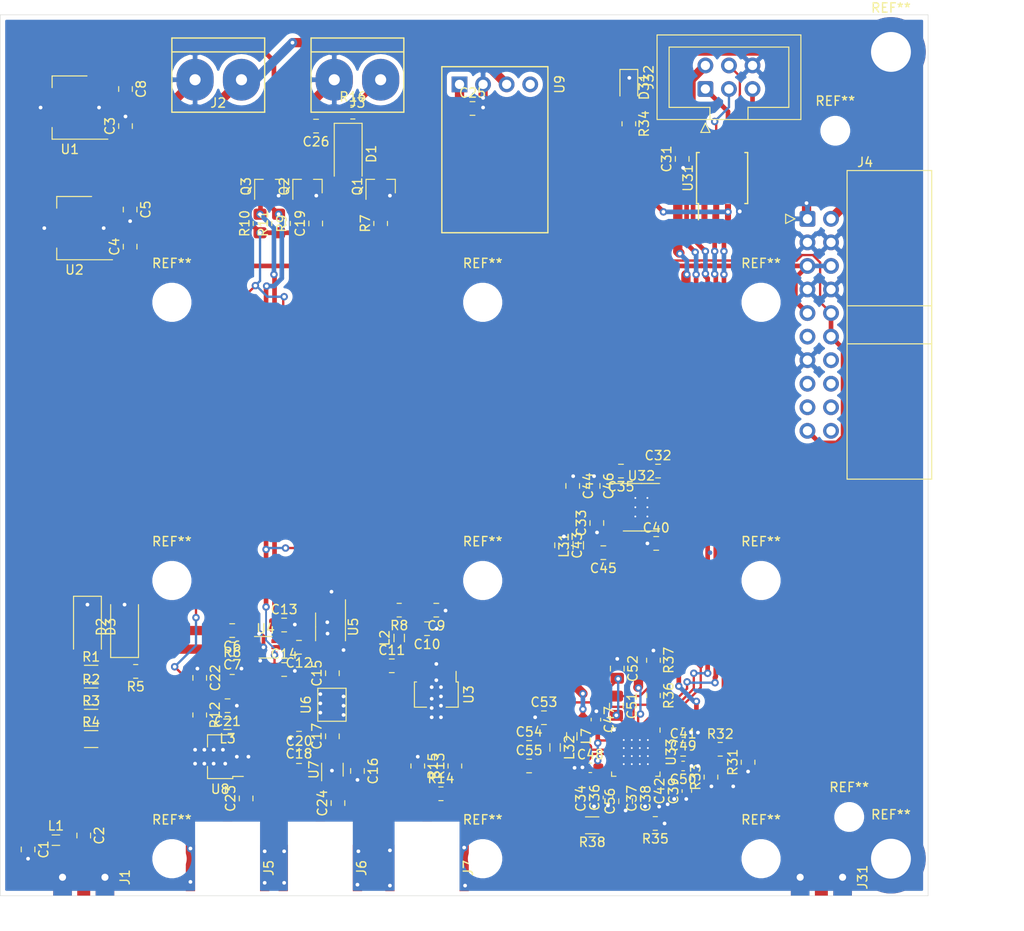
<source format=kicad_pcb>
(kicad_pcb (version 20171130) (host pcbnew "(5.1.7)-1")
  (layers (0 F.Cu signal) (31 B.Cu signal) (34 B.Paste user) (35 F.Paste user) (36 B.SilkS user) (37 F.SilkS user) (38 B.Mask user) (39 F.Mask user) (44 Edge.Cuts user))
  (net 0 "")
  (net 1 GNDREF)
  (net 2 "Net-(C2-Pad1)")
  (net 3 "Net-(C2-Pad2)")
  (net 4 +8V)
  (net 5 "Net-(C6-Pad2)")
  (net 6 "Net-(C6-Pad1)")
  (net 7 "Net-(C7-Pad2)")
  (net 8 "Net-(C7-Pad1)")
  (net 9 +5V)
  (net 10 "Net-(C10-Pad2)")
  (net 11 "Net-(C11-Pad2)")
  (net 12 "Net-(C11-Pad1)")
  (net 13 "Net-(C12-Pad1)")
  (net 14 "Net-(C12-Pad2)")
  (net 15 "Net-(C13-Pad1)")
  (net 16 "Net-(C14-Pad1)")
  (net 17 "Net-(C15-Pad1)")
  (net 18 "Net-(C15-Pad2)")
  (net 19 "Net-(C17-Pad2)")
  (net 20 "Net-(C17-Pad1)")
  (net 21 "Net-(C20-Pad1)")
  (net 22 "Net-(C20-Pad2)")
  (net 23 "Net-(C21-Pad2)")
  (net 24 "Net-(C23-Pad1)")
  (net 25 "Net-(C23-Pad2)")
  (net 26 "Net-(C24-Pad1)")
  (net 27 "Net-(C24-Pad2)")
  (net 28 "Net-(D1-Pad2)")
  (net 29 "Net-(J4-Pad9)")
  (net 30 "Net-(J4-Pad10)")
  (net 31 "Net-(J4-Pad17)")
  (net 32 "Net-(J4-Pad19)")
  (net 33 "Net-(J4-Pad6)")
  (net 34 "Net-(J4-Pad8)")
  (net 35 "Net-(J4-Pad18)")
  (net 36 "Net-(J4-Pad20)")
  (net 37 "Net-(J7-Pad1)")
  (net 38 LO_B)
  (net 39 LO_A)
  (net 40 "Net-(U5-Pad4)")
  (net 41 +3V3)
  (net 42 12V)
  (net 43 "Net-(C33-Pad2)")
  (net 44 "Net-(C34-Pad2)")
  (net 45 "Net-(C35-Pad2)")
  (net 46 "Net-(C37-Pad2)")
  (net 47 "Net-(C39-Pad2)")
  (net 48 "Net-(C40-Pad2)")
  (net 49 "Net-(C41-Pad1)")
  (net 50 "Net-(C41-Pad2)")
  (net 51 +3.3VA)
  (net 52 "Net-(C51-Pad2)")
  (net 53 "Net-(C51-Pad1)")
  (net 54 "Net-(C54-Pad2)")
  (net 55 "Net-(C55-Pad2)")
  (net 56 "Net-(C56-Pad2)")
  (net 57 "Net-(D31-Pad2)")
  (net 58 "Net-(J31-Pad1)")
  (net 59 "Net-(R34-Pad2)")
  (net 60 "Net-(R35-Pad2)")
  (net 61 "Net-(R36-Pad2)")
  (net 62 "Net-(U31-Pad2)")
  (net 63 "Net-(U33-Pad14)")
  (net 64 "Net-(U33-Pad15)")
  (net 65 "Net-(U33-Pad30)")
  (net 66 "Net-(C1-Pad1)")
  (net 67 +6.5V)
  (net 68 "Net-(C26-Pad1)")
  (net 69 "Net-(J3-Pad1)")
  (net 70 "Net-(J32-Pad1)")
  (net 71 "Net-(J32-Pad3)")
  (net 72 "Net-(J32-Pad5)")
  (net 73 "Net-(J32-Pad4)")
  (net 74 "Net-(U9-Pad4)")
  (module my_library:SMB (layer F.Cu) (at 126 127 90)
    (fp_text reference J7 (at 0 4.445 90) (layer F.SilkS))
    (fp_text value "LO/3 1987.2MHz")
    (pad 2 smd rect (at 0 -4 90) (size 5 1) (layers F.Cu F.Paste F.Mask) (net 1 GNDREF))
    (pad 1 smd rect (at 6 0 90) (size 2 1) (layers F.Cu F.Paste F.Mask) (net 37 "Net-(J7-Pad1)"))
    (pad 2 smd rect (at 0 4 90) (size 5 1) (layers F.Cu F.Paste F.Mask) (net 1 GNDREF))
  )
  (module my_library:SMB (layer F.Cu) (at 114.5 127 90)
    (fp_text reference J6 (at 0 4.445 90) (layer F.SilkS))
    (fp_text value "TX out 2419.2 MHz")
    (pad 2 smd rect (at 0 -4 90) (size 5 1) (layers F.Cu F.Paste F.Mask) (net 1 GNDREF))
    (pad 1 smd rect (at 6 0 90) (size 2 1) (layers F.Cu F.Paste F.Mask) (net 26 "Net-(C24-Pad1)"))
    (pad 2 smd rect (at 0 4 90) (size 5 1) (layers F.Cu F.Paste F.Mask) (net 1 GNDREF))
  )
  (module my_library:SMB (layer F.Cu) (at 104.5 127 90)
    (fp_text reference J5 (at 0 4.445 90) (layer F.SilkS))
    (fp_text value "RX in 2419.2 MHz")
    (pad 2 smd rect (at 0 4 90) (size 5 1) (layers F.Cu F.Paste F.Mask) (net 1 GNDREF))
    (pad 1 smd rect (at 6 0 90) (size 2 1) (layers F.Cu F.Paste F.Mask) (net 24 "Net-(C23-Pad1)"))
    (pad 2 smd rect (at 0 -4 90) (size 5 1) (layers F.Cu F.Paste F.Mask) (net 1 GNDREF))
  )
  (module MountingHole:MountingHole_2.2mm_M2 (layer F.Cu) (at 170 47.5)
    (fp_text reference REF** (at 0 -3.2) (layer F.SilkS))
    (fp_text value MountingHole_2.2mm_M2)
    (pad 1 np_thru_hole circle (at 0 0) (size 2.2 2.2) (drill 2.2) (layers *.Cu *.Mask))
  )
  (module MountingHole:MountingHole_2.2mm_M2 (layer F.Cu) (at 171.5 121.5)
    (fp_text reference REF** (at 0 -3.2) (layer F.SilkS))
    (fp_text value MountingHole_2.2mm_M2)
    (pad 1 np_thru_hole circle (at 0 0) (size 2.2 2.2) (drill 2.2) (layers *.Cu *.Mask))
  )
  (module MountingHole:MountingHole_4.3mm_M4_DIN965_Pad (layer F.Cu) (at 176 39)
    (fp_text reference REF** (at 0 -4.75) (layer F.SilkS))
    (fp_text value MountingHole_4.3mm_M4_DIN965_Pad)
    (pad 1 thru_hole circle (at 0 0) (size 7.5 7.5) (drill 4.3) (layers *.Cu *.Mask) (net 1 GNDREF))
  )
  (module MountingHole:MountingHole_3.2mm_M3 (layer F.Cu) (at 162 66)
    (fp_text reference REF** (at 0 -4.2) (layer F.SilkS))
    (fp_text value MountingHole_3.2mm_M3)
    (pad 1 np_thru_hole circle (at 0 0) (size 3.2 3.2) (drill 3.2) (layers *.Cu *.Mask))
  )
  (module MountingHole:MountingHole_3.2mm_M3 (layer F.Cu) (at 132 66)
    (fp_text reference REF** (at 0 -4.2) (layer F.SilkS))
    (fp_text value MountingHole_3.2mm_M3)
    (pad 1 np_thru_hole circle (at 0 0) (size 3.2 3.2) (drill 3.2) (layers *.Cu *.Mask))
  )
  (module MountingHole:MountingHole_3.2mm_M3 (layer F.Cu) (at 98.5 66)
    (fp_text reference REF** (at 0 -4.2) (layer F.SilkS))
    (fp_text value MountingHole_3.2mm_M3)
    (pad 1 np_thru_hole circle (at 0 0) (size 3.2 3.2) (drill 3.2) (layers *.Cu *.Mask))
  )
  (module MountingHole:MountingHole_3.2mm_M3 (layer F.Cu) (at 98.5 96)
    (fp_text reference REF** (at 0 -4.2) (layer F.SilkS))
    (fp_text value MountingHole_3.2mm_M3)
    (pad 1 np_thru_hole circle (at 0 0) (size 3.2 3.2) (drill 3.2) (layers *.Cu *.Mask))
  )
  (module MountingHole:MountingHole_3.2mm_M3 (layer F.Cu) (at 162 96)
    (fp_text reference REF** (at 0 -4.2) (layer F.SilkS))
    (fp_text value MountingHole_3.2mm_M3)
    (pad 1 np_thru_hole circle (at 0 0) (size 3.2 3.2) (drill 3.2) (layers *.Cu *.Mask))
  )
  (module MountingHole:MountingHole_3.2mm_M3 (layer F.Cu) (at 132 96)
    (fp_text reference REF** (at 0 -4.2) (layer F.SilkS))
    (fp_text value MountingHole_3.2mm_M3)
    (pad 1 np_thru_hole circle (at 0 0) (size 3.2 3.2) (drill 3.2) (layers *.Cu *.Mask))
  )
  (module MountingHole:MountingHole_3.2mm_M3 (layer F.Cu) (at 98.5 126)
    (fp_text reference REF** (at 0 -4.2) (layer F.SilkS))
    (fp_text value MountingHole_3.2mm_M3)
    (pad 1 np_thru_hole circle (at 0 0) (size 3.2 3.2) (drill 3.2) (layers *.Cu *.Mask))
  )
  (module MountingHole:MountingHole_3.2mm_M3 (layer F.Cu) (at 132 126)
    (fp_text reference REF** (at 0 -4.2) (layer F.SilkS))
    (fp_text value MountingHole_3.2mm_M3)
    (pad 1 np_thru_hole circle (at 0 0) (size 3.2 3.2) (drill 3.2) (layers *.Cu *.Mask))
  )
  (module MountingHole:MountingHole_3.2mm_M3 (layer F.Cu) (at 162 126)
    (fp_text reference REF** (at 0 -4.2) (layer F.SilkS))
    (fp_text value MountingHole_3.2mm_M3)
    (pad 1 np_thru_hole circle (at 0 0) (size 3.2 3.2) (drill 3.2) (layers *.Cu *.Mask))
  )
  (module MountingHole:MountingHole_4.3mm_M4_DIN965_Pad (layer F.Cu) (at 176 126)
    (fp_text reference REF** (at 0 -4.75) (layer F.SilkS))
    (fp_text value MountingHole_4.3mm_M4_DIN965_Pad)
    (pad 1 thru_hole circle (at 0 0) (size 7.5 7.5) (drill 4.3) (layers *.Cu *.Mask) (net 1 GNDREF))
  )
  (module Capacitor_SMD:C_0805_2012Metric_Pad1.18x1.45mm_HandSolder (layer F.Cu) (at 83 125 270)
    (fp_text reference C1 (at 0 -1.68 90) (layer F.SilkS))
    (fp_text value 100p)
    (pad 2 smd roundrect (at 1.0375 0 270) (size 1.175 1.45) (layers F.Cu F.Paste F.Mask) (roundrect_rratio 0.212766) (net 1 GNDREF))
    (pad 1 smd roundrect (at -1.0375 0 270) (size 1.175 1.45) (layers F.Cu F.Paste F.Mask) (roundrect_rratio 0.212766) (net 66 "Net-(C1-Pad1)"))
  )
  (module Capacitor_SMD:C_0805_2012Metric_Pad1.18x1.45mm_HandSolder (layer F.Cu) (at 89 123.5 270)
    (fp_text reference C2 (at 0 -1.68 90) (layer F.SilkS))
    (fp_text value 100p)
    (pad 1 smd roundrect (at -1.0375 0 270) (size 1.175 1.45) (layers F.Cu F.Paste F.Mask) (roundrect_rratio 0.212766) (net 2 "Net-(C2-Pad1)"))
    (pad 2 smd roundrect (at 1.0375 0 270) (size 1.175 1.45) (layers F.Cu F.Paste F.Mask) (roundrect_rratio 0.212766) (net 3 "Net-(C2-Pad2)"))
  )
  (module Capacitor_SMD:C_0805_2012Metric_Pad1.18x1.45mm_HandSolder (layer F.Cu) (at 93.5 47 90)
    (fp_text reference C3 (at 0 -1.68 90) (layer F.SilkS))
    (fp_text value 10u)
    (pad 2 smd roundrect (at 1.0375 0 90) (size 1.175 1.45) (layers F.Cu F.Paste F.Mask) (roundrect_rratio 0.212766) (net 1 GNDREF))
    (pad 1 smd roundrect (at -1.0375 0 90) (size 1.175 1.45) (layers F.Cu F.Paste F.Mask) (roundrect_rratio 0.212766) (net 66 "Net-(C1-Pad1)"))
  )
  (module Capacitor_SMD:C_0805_2012Metric_Pad1.18x1.45mm_HandSolder (layer F.Cu) (at 94 60 90)
    (fp_text reference C4 (at 0 -1.68 90) (layer F.SilkS))
    (fp_text value 10n)
    (pad 2 smd roundrect (at 1.0375 0 90) (size 1.175 1.45) (layers F.Cu F.Paste F.Mask) (roundrect_rratio 0.212766) (net 1 GNDREF))
    (pad 1 smd roundrect (at -1.0375 0 90) (size 1.175 1.45) (layers F.Cu F.Paste F.Mask) (roundrect_rratio 0.212766) (net 66 "Net-(C1-Pad1)"))
  )
  (module Capacitor_SMD:C_0805_2012Metric_Pad1.18x1.45mm_HandSolder (layer F.Cu) (at 94 56 270)
    (fp_text reference C5 (at 0 -1.68 90) (layer F.SilkS))
    (fp_text value 10n)
    (pad 1 smd roundrect (at -1.0375 0 270) (size 1.175 1.45) (layers F.Cu F.Paste F.Mask) (roundrect_rratio 0.212766) (net 4 +8V))
    (pad 2 smd roundrect (at 1.0375 0 270) (size 1.175 1.45) (layers F.Cu F.Paste F.Mask) (roundrect_rratio 0.212766) (net 1 GNDREF))
  )
  (module Capacitor_SMD:C_0805_2012Metric_Pad1.18x1.45mm_HandSolder (layer F.Cu) (at 105 101.4 180)
    (fp_text reference C6 (at 0 -1.68) (layer F.SilkS))
    (fp_text value 100p)
    (pad 2 smd roundrect (at 1.0375 0 180) (size 1.175 1.45) (layers F.Cu F.Paste F.Mask) (roundrect_rratio 0.212766) (net 5 "Net-(C6-Pad2)"))
    (pad 1 smd roundrect (at -1.0375 0 180) (size 1.175 1.45) (layers F.Cu F.Paste F.Mask) (roundrect_rratio 0.212766) (net 6 "Net-(C6-Pad1)"))
  )
  (module Capacitor_SMD:C_0805_2012Metric_Pad1.18x1.45mm_HandSolder (layer F.Cu) (at 105 103.4 180)
    (fp_text reference C7 (at 0 -1.68) (layer F.SilkS))
    (fp_text value 100p)
    (pad 2 smd roundrect (at 1.0375 0 180) (size 1.175 1.45) (layers F.Cu F.Paste F.Mask) (roundrect_rratio 0.212766) (net 7 "Net-(C7-Pad2)"))
    (pad 1 smd roundrect (at -1.0375 0 180) (size 1.175 1.45) (layers F.Cu F.Paste F.Mask) (roundrect_rratio 0.212766) (net 8 "Net-(C7-Pad1)"))
  )
  (module Capacitor_SMD:C_0805_2012Metric_Pad1.18x1.45mm_HandSolder (layer F.Cu) (at 93.5 43 270)
    (fp_text reference C8 (at 0 -1.68 90) (layer F.SilkS))
    (fp_text value 10n)
    (pad 1 smd roundrect (at -1.0375 0 270) (size 1.175 1.45) (layers F.Cu F.Paste F.Mask) (roundrect_rratio 0.212766) (net 9 +5V))
    (pad 2 smd roundrect (at 1.0375 0 270) (size 1.175 1.45) (layers F.Cu F.Paste F.Mask) (roundrect_rratio 0.212766) (net 1 GNDREF))
  )
  (module Capacitor_SMD:C_0805_2012Metric_Pad1.18x1.45mm_HandSolder (layer F.Cu) (at 127 99.2 180)
    (fp_text reference C9 (at 0 -1.68) (layer F.SilkS))
    (fp_text value 100p)
    (pad 2 smd roundrect (at 1.0375 0 180) (size 1.175 1.45) (layers F.Cu F.Paste F.Mask) (roundrect_rratio 0.212766) (net 9 +5V))
    (pad 1 smd roundrect (at -1.0375 0 180) (size 1.175 1.45) (layers F.Cu F.Paste F.Mask) (roundrect_rratio 0.212766) (net 1 GNDREF))
  )
  (module Capacitor_SMD:C_0805_2012Metric_Pad1.18x1.45mm_HandSolder (layer F.Cu) (at 126 101.2 180)
    (fp_text reference C10 (at 0 -1.68) (layer F.SilkS))
    (fp_text value 100p)
    (pad 2 smd roundrect (at 1.0375 0 180) (size 1.175 1.45) (layers F.Cu F.Paste F.Mask) (roundrect_rratio 0.212766) (net 10 "Net-(C10-Pad2)"))
    (pad 1 smd roundrect (at -1.0375 0 180) (size 1.175 1.45) (layers F.Cu F.Paste F.Mask) (roundrect_rratio 0.212766) (net 1 GNDREF))
  )
  (module Capacitor_SMD:C_0805_2012Metric_Pad1.18x1.45mm_HandSolder (layer F.Cu) (at 122.2 105.2)
    (fp_text reference C11 (at 0 -1.68) (layer F.SilkS))
    (fp_text value 10p)
    (pad 2 smd roundrect (at 1.0375 0) (size 1.175 1.45) (layers F.Cu F.Paste F.Mask) (roundrect_rratio 0.212766) (net 11 "Net-(C11-Pad2)"))
    (pad 1 smd roundrect (at -1.0375 0) (size 1.175 1.45) (layers F.Cu F.Paste F.Mask) (roundrect_rratio 0.212766) (net 12 "Net-(C11-Pad1)"))
  )
  (module Capacitor_SMD:C_0805_2012Metric_Pad1.18x1.45mm_HandSolder (layer F.Cu) (at 112.2 103.2 180)
    (fp_text reference C12 (at 0 -1.68) (layer F.SilkS))
    (fp_text value 100p)
    (pad 1 smd roundrect (at -1.0375 0 180) (size 1.175 1.45) (layers F.Cu F.Paste F.Mask) (roundrect_rratio 0.212766) (net 13 "Net-(C12-Pad1)"))
    (pad 2 smd roundrect (at 1.0375 0 180) (size 1.175 1.45) (layers F.Cu F.Paste F.Mask) (roundrect_rratio 0.212766) (net 14 "Net-(C12-Pad2)"))
  )
  (module Capacitor_SMD:C_0805_2012Metric_Pad1.18x1.45mm_HandSolder (layer F.Cu) (at 110.6 100.8)
    (fp_text reference C13 (at 0 -1.68) (layer F.SilkS))
    (fp_text value 1n)
    (pad 1 smd roundrect (at -1.0375 0) (size 1.175 1.45) (layers F.Cu F.Paste F.Mask) (roundrect_rratio 0.212766) (net 15 "Net-(C13-Pad1)"))
    (pad 2 smd roundrect (at 1.0375 0) (size 1.175 1.45) (layers F.Cu F.Paste F.Mask) (roundrect_rratio 0.212766) (net 1 GNDREF))
  )
  (module Capacitor_SMD:C_0805_2012Metric_Pad1.18x1.45mm_HandSolder (layer F.Cu) (at 110.6 105.6)
    (fp_text reference C14 (at 0 -1.68) (layer F.SilkS))
    (fp_text value 1n)
    (pad 2 smd roundrect (at 1.0375 0) (size 1.175 1.45) (layers F.Cu F.Paste F.Mask) (roundrect_rratio 0.212766) (net 1 GNDREF))
    (pad 1 smd roundrect (at -1.0375 0) (size 1.175 1.45) (layers F.Cu F.Paste F.Mask) (roundrect_rratio 0.212766) (net 16 "Net-(C14-Pad1)"))
  )
  (module Capacitor_SMD:C_0805_2012Metric_Pad1.18x1.45mm_HandSolder (layer F.Cu) (at 115.8 106 90)
    (fp_text reference C15 (at 0 -1.68 90) (layer F.SilkS))
    (fp_text value 10p)
    (pad 1 smd roundrect (at -1.0375 0 90) (size 1.175 1.45) (layers F.Cu F.Paste F.Mask) (roundrect_rratio 0.212766) (net 17 "Net-(C15-Pad1)"))
    (pad 2 smd roundrect (at 1.0375 0 90) (size 1.175 1.45) (layers F.Cu F.Paste F.Mask) (roundrect_rratio 0.212766) (net 18 "Net-(C15-Pad2)"))
  )
  (module Capacitor_SMD:C_0805_2012Metric_Pad1.18x1.45mm_HandSolder (layer F.Cu) (at 118.5 116.5375 270)
    (fp_text reference C16 (at 0 -1.68 90) (layer F.SilkS))
    (fp_text value 100p)
    (pad 1 smd roundrect (at -1.0375 0 270) (size 1.175 1.45) (layers F.Cu F.Paste F.Mask) (roundrect_rratio 0.212766) (net 16 "Net-(C14-Pad1)"))
    (pad 2 smd roundrect (at 1.0375 0 270) (size 1.175 1.45) (layers F.Cu F.Paste F.Mask) (roundrect_rratio 0.212766) (net 1 GNDREF))
  )
  (module Capacitor_SMD:C_0805_2012Metric_Pad1.18x1.45mm_HandSolder (layer F.Cu) (at 115.8 112.8 90)
    (fp_text reference C17 (at 0 -1.68 90) (layer F.SilkS))
    (fp_text value 10p)
    (pad 2 smd roundrect (at 1.0375 0 90) (size 1.175 1.45) (layers F.Cu F.Paste F.Mask) (roundrect_rratio 0.212766) (net 19 "Net-(C17-Pad2)"))
    (pad 1 smd roundrect (at -1.0375 0 90) (size 1.175 1.45) (layers F.Cu F.Paste F.Mask) (roundrect_rratio 0.212766) (net 20 "Net-(C17-Pad1)"))
  )
  (module Capacitor_SMD:C_0805_2012Metric_Pad1.18x1.45mm_HandSolder (layer F.Cu) (at 112.2 113 180)
    (fp_text reference C18 (at 0 -1.68) (layer F.SilkS))
    (fp_text value 100p)
    (pad 2 smd roundrect (at 1.0375 0 180) (size 1.175 1.45) (layers F.Cu F.Paste F.Mask) (roundrect_rratio 0.212766) (net 1 GNDREF))
    (pad 1 smd roundrect (at -1.0375 0 180) (size 1.175 1.45) (layers F.Cu F.Paste F.Mask) (roundrect_rratio 0.212766) (net 15 "Net-(C13-Pad1)"))
  )
  (module Capacitor_SMD:C_0805_2012Metric_Pad1.18x1.45mm_HandSolder (layer F.Cu) (at 114 57.5 90)
    (fp_text reference C19 (at 0 -1.68 90) (layer F.SilkS))
    (fp_text value 100p)
    (pad 2 smd roundrect (at 1.0375 0 90) (size 1.175 1.45) (layers F.Cu F.Paste F.Mask) (roundrect_rratio 0.212766) (net 1 GNDREF))
    (pad 1 smd roundrect (at -1.0375 0 90) (size 1.175 1.45) (layers F.Cu F.Paste F.Mask) (roundrect_rratio 0.212766) (net 9 +5V))
  )
  (module Capacitor_SMD:C_0805_2012Metric_Pad1.18x1.45mm_HandSolder (layer F.Cu) (at 112.2 115)
    (fp_text reference C20 (at 0 -1.68) (layer F.SilkS))
    (fp_text value 10p)
    (pad 1 smd roundrect (at -1.0375 0) (size 1.175 1.45) (layers F.Cu F.Paste F.Mask) (roundrect_rratio 0.212766) (net 21 "Net-(C20-Pad1)"))
    (pad 2 smd roundrect (at 1.0375 0) (size 1.175 1.45) (layers F.Cu F.Paste F.Mask) (roundrect_rratio 0.212766) (net 22 "Net-(C20-Pad2)"))
  )
  (module Capacitor_SMD:C_0805_2012Metric_Pad1.18x1.45mm_HandSolder (layer F.Cu) (at 104.5 109.5 180)
    (fp_text reference C21 (at 0 -1.68) (layer F.SilkS))
    (fp_text value 100p)
    (pad 1 smd roundrect (at -1.0375 0 180) (size 1.175 1.45) (layers F.Cu F.Paste F.Mask) (roundrect_rratio 0.212766) (net 1 GNDREF))
    (pad 2 smd roundrect (at 1.0375 0 180) (size 1.175 1.45) (layers F.Cu F.Paste F.Mask) (roundrect_rratio 0.212766) (net 23 "Net-(C21-Pad2)"))
  )
  (module Capacitor_SMD:C_0805_2012Metric_Pad1.18x1.45mm_HandSolder (layer F.Cu) (at 101.5 106.5 270)
    (fp_text reference C22 (at 0 -1.68 90) (layer F.SilkS))
    (fp_text value 100p)
    (pad 1 smd roundrect (at -1.0375 0 270) (size 1.175 1.45) (layers F.Cu F.Paste F.Mask) (roundrect_rratio 0.212766) (net 1 GNDREF))
    (pad 2 smd roundrect (at 1.0375 0 270) (size 1.175 1.45) (layers F.Cu F.Paste F.Mask) (roundrect_rratio 0.212766) (net 9 +5V))
  )
  (module Capacitor_SMD:C_0805_2012Metric_Pad1.18x1.45mm_HandSolder (layer F.Cu) (at 106.5 119.5 90)
    (fp_text reference C23 (at 0 -1.68 90) (layer F.SilkS))
    (fp_text value 10p)
    (pad 1 smd roundrect (at -1.0375 0 90) (size 1.175 1.45) (layers F.Cu F.Paste F.Mask) (roundrect_rratio 0.212766) (net 24 "Net-(C23-Pad1)"))
    (pad 2 smd roundrect (at 1.0375 0 90) (size 1.175 1.45) (layers F.Cu F.Paste F.Mask) (roundrect_rratio 0.212766) (net 25 "Net-(C23-Pad2)"))
  )
  (module Capacitor_SMD:C_0805_2012Metric_Pad1.18x1.45mm_HandSolder (layer F.Cu) (at 116.4 120 90)
    (fp_text reference C24 (at 0 -1.68 90) (layer F.SilkS))
    (fp_text value 10p)
    (pad 1 smd roundrect (at -1.0375 0 90) (size 1.175 1.45) (layers F.Cu F.Paste F.Mask) (roundrect_rratio 0.212766) (net 26 "Net-(C24-Pad1)"))
    (pad 2 smd roundrect (at 1.0375 0 90) (size 1.175 1.45) (layers F.Cu F.Paste F.Mask) (roundrect_rratio 0.212766) (net 27 "Net-(C24-Pad2)"))
  )
  (module Diode_SMD:D_MELF (layer F.Cu) (at 117.5 50 270)
    (fp_text reference D1 (at 0 -2.5 90) (layer F.SilkS))
    (fp_text value D)
    (pad 1 smd rect (at -2.4 0 270) (size 1.5 2.7) (layers F.Cu F.Paste F.Mask) (net 68 "Net-(C26-Pad1)"))
    (pad 2 smd rect (at 2.4 0 270) (size 1.5 2.7) (layers F.Cu F.Paste F.Mask) (net 28 "Net-(D1-Pad2)"))
  )
  (module Diode_SMD:D_MELF (layer F.Cu) (at 93.4 101 90)
    (fp_text reference D2 (at 0 -2.5 90) (layer F.SilkS))
    (fp_text value D)
    (pad 2 smd rect (at 2.4 0 90) (size 1.5 2.7) (layers F.Cu F.Paste F.Mask) (net 1 GNDREF))
    (pad 1 smd rect (at -2.4 0 90) (size 1.5 2.7) (layers F.Cu F.Paste F.Mask) (net 5 "Net-(C6-Pad2)"))
  )
  (module Diode_SMD:D_MELF (layer F.Cu) (at 89.4 101 270)
    (fp_text reference D3 (at 0 -2.5 90) (layer F.SilkS))
    (fp_text value D)
    (pad 1 smd rect (at -2.4 0 270) (size 1.5 2.7) (layers F.Cu F.Paste F.Mask) (net 1 GNDREF))
    (pad 2 smd rect (at 2.4 0 270) (size 1.5 2.7) (layers F.Cu F.Paste F.Mask) (net 5 "Net-(C6-Pad2)"))
  )
  (module my_library:SMA_side_PCB (layer F.Cu) (at 89 128 90)
    (fp_text reference J1 (at 0 4.445 90) (layer F.SilkS))
    (fp_text value "432 RX/TX")
    (pad 2 thru_hole rect (at 0 2.286 90) (size 4 2) (drill 0.762) (layers *.Cu *.Mask) (net 1 GNDREF))
    (pad 1 smd rect (at 0 0 90) (size 4 1.4) (layers F.Cu F.Paste F.Mask) (net 3 "Net-(C2-Pad2)"))
    (pad 2 thru_hole rect (at 0 -2.286 90) (size 4 2) (drill 0.762) (layers *.Cu *.Mask) (net 1 GNDREF))
  )
  (module my_library:KF301-2P (layer F.Cu) (at 103.5 42 180)
    (fp_text reference J2 (at 0 -2.5) (layer F.SilkS))
    (fp_text value 12V hide)
    (pad 1 thru_hole oval (at -2.5 0 180) (size 4 4.5) (drill 1.2) (layers *.Cu *.Mask) (net 66 "Net-(C1-Pad1)"))
    (pad 2 thru_hole oval (at 2.5 0 180) (size 4 4.5) (drill 1.2) (layers *.Cu *.Mask) (net 1 GNDREF))
  )
  (module my_library:KF301-2P (layer F.Cu) (at 118.5 42 180)
    (fp_text reference J3 (at 0 -2.5) (layer F.SilkS))
    (fp_text value PTT hide)
    (pad 2 thru_hole oval (at 2.5 0 180) (size 4 4.5) (drill 1.2) (layers *.Cu *.Mask) (net 1 GNDREF))
    (pad 1 thru_hole oval (at -2.5 0 180) (size 4 4.5) (drill 1.2) (layers *.Cu *.Mask) (net 69 "Net-(J3-Pad1)"))
  )
  (module Inductor_SMD:L_0805_2012Metric_Pad1.05x1.20mm_HandSolder (layer F.Cu) (at 86 124)
    (fp_text reference L1 (at 0 -1.55) (layer F.SilkS))
    (fp_text value 100n)
    (pad 1 smd roundrect (at -1.15 0) (size 1.05 1.2) (layers F.Cu F.Paste F.Mask) (roundrect_rratio 0.238095) (net 66 "Net-(C1-Pad1)"))
    (pad 2 smd roundrect (at 1.15 0) (size 1.05 1.2) (layers F.Cu F.Paste F.Mask) (roundrect_rratio 0.238095) (net 3 "Net-(C2-Pad2)"))
  )
  (module Inductor_SMD:L_0805_2012Metric_Pad1.05x1.20mm_HandSolder (layer F.Cu) (at 123 102.2 90)
    (fp_text reference L2 (at 0 -1.55 90) (layer F.SilkS))
    (fp_text value 15n)
    (pad 1 smd roundrect (at -1.15 0 90) (size 1.05 1.2) (layers F.Cu F.Paste F.Mask) (roundrect_rratio 0.238095) (net 11 "Net-(C11-Pad2)"))
    (pad 2 smd roundrect (at 1.15 0 90) (size 1.05 1.2) (layers F.Cu F.Paste F.Mask) (roundrect_rratio 0.238095) (net 10 "Net-(C10-Pad2)"))
  )
  (module Inductor_SMD:L_0805_2012Metric_Pad1.05x1.20mm_HandSolder (layer F.Cu) (at 104.5 111.5 180)
    (fp_text reference L3 (at 0 -1.55) (layer F.SilkS))
    (fp_text value 15n)
    (pad 2 smd roundrect (at 1.15 0 180) (size 1.05 1.2) (layers F.Cu F.Paste F.Mask) (roundrect_rratio 0.238095) (net 23 "Net-(C21-Pad2)"))
    (pad 1 smd roundrect (at -1.15 0 180) (size 1.05 1.2) (layers F.Cu F.Paste F.Mask) (roundrect_rratio 0.238095) (net 21 "Net-(C20-Pad1)"))
  )
  (module Package_TO_SOT_SMD:SOT-23 (layer F.Cu) (at 121 53.5 90)
    (fp_text reference Q1 (at 0 -2.5 90) (layer F.SilkS))
    (fp_text value BC849)
    (pad 1 smd rect (at -1 -0.95 90) (size 0.9 0.8) (layers F.Cu F.Paste F.Mask) (net 28 "Net-(D1-Pad2)"))
    (pad 2 smd rect (at -1 0.95 90) (size 0.9 0.8) (layers F.Cu F.Paste F.Mask) (net 1 GNDREF))
    (pad 3 smd rect (at 1 0 90) (size 0.9 0.8) (layers F.Cu F.Paste F.Mask) (net 30 "Net-(J4-Pad10)"))
  )
  (module Package_TO_SOT_SMD:SOT-23 (layer F.Cu) (at 113.115001 53.5 90)
    (fp_text reference Q2 (at 0 -2.5 90) (layer F.SilkS))
    (fp_text value BC849)
    (pad 3 smd rect (at 1 0 90) (size 0.9 0.8) (layers F.Cu F.Paste F.Mask) (net 15 "Net-(C13-Pad1)"))
    (pad 2 smd rect (at -1 0.95 90) (size 0.9 0.8) (layers F.Cu F.Paste F.Mask) (net 1 GNDREF))
    (pad 1 smd rect (at -1 -0.95 90) (size 0.9 0.8) (layers F.Cu F.Paste F.Mask) (net 68 "Net-(C26-Pad1)"))
  )
  (module Package_TO_SOT_SMD:SOT-23 (layer F.Cu) (at 109 53.5 90)
    (fp_text reference Q3 (at 0 -2.5 90) (layer F.SilkS))
    (fp_text value BC849)
    (pad 1 smd rect (at -1 -0.95 90) (size 0.9 0.8) (layers F.Cu F.Paste F.Mask) (net 15 "Net-(C13-Pad1)"))
    (pad 2 smd rect (at -1 0.95 90) (size 0.9 0.8) (layers F.Cu F.Paste F.Mask) (net 1 GNDREF))
    (pad 3 smd rect (at 1 0 90) (size 0.9 0.8) (layers F.Cu F.Paste F.Mask) (net 16 "Net-(C14-Pad1)"))
  )
  (module Resistor_SMD:R_1206_3216Metric_Pad1.30x1.75mm_HandSolder (layer F.Cu) (at 89.8 106.055001)
    (fp_text reference R1 (at 0 -1.82) (layer F.SilkS))
    (fp_text value 200R)
    (pad 1 smd roundrect (at -1.55 0) (size 1.3 1.75) (layers F.Cu F.Paste F.Mask) (roundrect_rratio 0.192308) (net 5 "Net-(C6-Pad2)"))
    (pad 2 smd roundrect (at 1.55 0) (size 1.3 1.75) (layers F.Cu F.Paste F.Mask) (roundrect_rratio 0.192308) (net 2 "Net-(C2-Pad1)"))
  )
  (module Resistor_SMD:R_1206_3216Metric_Pad1.30x1.75mm_HandSolder (layer F.Cu) (at 89.8 108.5)
    (fp_text reference R2 (at 0 -1.82) (layer F.SilkS))
    (fp_text value 200R)
    (pad 2 smd roundrect (at 1.55 0) (size 1.3 1.75) (layers F.Cu F.Paste F.Mask) (roundrect_rratio 0.192308) (net 2 "Net-(C2-Pad1)"))
    (pad 1 smd roundrect (at -1.55 0) (size 1.3 1.75) (layers F.Cu F.Paste F.Mask) (roundrect_rratio 0.192308) (net 5 "Net-(C6-Pad2)"))
  )
  (module Resistor_SMD:R_1206_3216Metric_Pad1.30x1.75mm_HandSolder (layer F.Cu) (at 89.8 110.8)
    (fp_text reference R3 (at 0 -1.82) (layer F.SilkS))
    (fp_text value 200R)
    (pad 2 smd roundrect (at 1.55 0) (size 1.3 1.75) (layers F.Cu F.Paste F.Mask) (roundrect_rratio 0.192308) (net 2 "Net-(C2-Pad1)"))
    (pad 1 smd roundrect (at -1.55 0) (size 1.3 1.75) (layers F.Cu F.Paste F.Mask) (roundrect_rratio 0.192308) (net 5 "Net-(C6-Pad2)"))
  )
  (module Resistor_SMD:R_1206_3216Metric_Pad1.30x1.75mm_HandSolder (layer F.Cu) (at 89.8 113.1)
    (fp_text reference R4 (at 0 -1.82) (layer F.SilkS))
    (fp_text value 200R)
    (pad 1 smd roundrect (at -1.55 0) (size 1.3 1.75) (layers F.Cu F.Paste F.Mask) (roundrect_rratio 0.192308) (net 5 "Net-(C6-Pad2)"))
    (pad 2 smd roundrect (at 1.55 0) (size 1.3 1.75) (layers F.Cu F.Paste F.Mask) (roundrect_rratio 0.192308) (net 2 "Net-(C2-Pad1)"))
  )
  (module Resistor_SMD:R_0805_2012Metric_Pad1.20x1.40mm_HandSolder (layer F.Cu) (at 94.6 105.8 180)
    (fp_text reference R5 (at 0 -1.65) (layer F.SilkS))
    (fp_text value 1K)
    (pad 2 smd roundrect (at 1 0 180) (size 1.2 1.4) (layers F.Cu F.Paste F.Mask) (roundrect_rratio 0.208333) (net 2 "Net-(C2-Pad1)"))
    (pad 1 smd roundrect (at -1 0 180) (size 1.2 1.4) (layers F.Cu F.Paste F.Mask) (roundrect_rratio 0.208333) (net 7 "Net-(C7-Pad2)"))
  )
  (module Resistor_SMD:R_0805_2012Metric_Pad1.20x1.40mm_HandSolder (layer F.Cu) (at 105 105.4)
    (fp_text reference R6 (at 0 -1.65) (layer F.SilkS))
    (fp_text value 50R)
    (pad 1 smd roundrect (at -1 0) (size 1.2 1.4) (layers F.Cu F.Paste F.Mask) (roundrect_rratio 0.208333) (net 7 "Net-(C7-Pad2)"))
    (pad 2 smd roundrect (at 1 0) (size 1.2 1.4) (layers F.Cu F.Paste F.Mask) (roundrect_rratio 0.208333) (net 1 GNDREF))
  )
  (module Resistor_SMD:R_0805_2012Metric_Pad1.20x1.40mm_HandSolder (layer F.Cu) (at 121 57.5 90)
    (fp_text reference R7 (at 0 -1.65 90) (layer F.SilkS))
    (fp_text value 47K)
    (pad 1 smd roundrect (at -1 0 90) (size 1.2 1.4) (layers F.Cu F.Paste F.Mask) (roundrect_rratio 0.208333) (net 9 +5V))
    (pad 2 smd roundrect (at 1 0 90) (size 1.2 1.4) (layers F.Cu F.Paste F.Mask) (roundrect_rratio 0.208333) (net 28 "Net-(D1-Pad2)"))
  )
  (module Resistor_SMD:R_0805_2012Metric_Pad1.20x1.40mm_HandSolder (layer F.Cu) (at 123 99.2 180)
    (fp_text reference R8 (at 0 -1.65) (layer F.SilkS))
    (fp_text value 10)
    (pad 1 smd roundrect (at -1 0 180) (size 1.2 1.4) (layers F.Cu F.Paste F.Mask) (roundrect_rratio 0.208333) (net 9 +5V))
    (pad 2 smd roundrect (at 1 0 180) (size 1.2 1.4) (layers F.Cu F.Paste F.Mask) (roundrect_rratio 0.208333) (net 10 "Net-(C10-Pad2)"))
  )
  (module Resistor_SMD:R_0805_2012Metric_Pad1.20x1.40mm_HandSolder (layer F.Cu) (at 112 57.5 90)
    (fp_text reference R9 (at 0 -1.65 90) (layer F.SilkS))
    (fp_text value 22K)
    (pad 1 smd roundrect (at -1 0 90) (size 1.2 1.4) (layers F.Cu F.Paste F.Mask) (roundrect_rratio 0.208333) (net 9 +5V))
    (pad 2 smd roundrect (at 1 0 90) (size 1.2 1.4) (layers F.Cu F.Paste F.Mask) (roundrect_rratio 0.208333) (net 68 "Net-(C26-Pad1)"))
  )
  (module Resistor_SMD:R_0805_2012Metric_Pad1.20x1.40mm_HandSolder (layer F.Cu) (at 108 57.5 90)
    (fp_text reference R10 (at 0 -1.65 90) (layer F.SilkS))
    (fp_text value 22K)
    (pad 2 smd roundrect (at 1 0 90) (size 1.2 1.4) (layers F.Cu F.Paste F.Mask) (roundrect_rratio 0.208333) (net 15 "Net-(C13-Pad1)"))
    (pad 1 smd roundrect (at -1 0 90) (size 1.2 1.4) (layers F.Cu F.Paste F.Mask) (roundrect_rratio 0.208333) (net 9 +5V))
  )
  (module Resistor_SMD:R_0805_2012Metric_Pad1.20x1.40mm_HandSolder (layer F.Cu) (at 110 57.5 90)
    (fp_text reference R11 (at 0 -1.65 90) (layer F.SilkS))
    (fp_text value 22K)
    (pad 2 smd roundrect (at 1 0 90) (size 1.2 1.4) (layers F.Cu F.Paste F.Mask) (roundrect_rratio 0.208333) (net 16 "Net-(C14-Pad1)"))
    (pad 1 smd roundrect (at -1 0 90) (size 1.2 1.4) (layers F.Cu F.Paste F.Mask) (roundrect_rratio 0.208333) (net 9 +5V))
  )
  (module Resistor_SMD:R_0805_2012Metric_Pad1.20x1.40mm_HandSolder (layer F.Cu) (at 101.5 110.5 270)
    (fp_text reference R12 (at 0 -1.65 90) (layer F.SilkS))
    (fp_text value 20)
    (pad 1 smd roundrect (at -1 0 270) (size 1.2 1.4) (layers F.Cu F.Paste F.Mask) (roundrect_rratio 0.208333) (net 9 +5V))
    (pad 2 smd roundrect (at 1 0 270) (size 1.2 1.4) (layers F.Cu F.Paste F.Mask) (roundrect_rratio 0.208333) (net 23 "Net-(C21-Pad2)"))
  )
  (module Resistor_SMD:R_0805_2012Metric_Pad1.20x1.40mm_HandSolder (layer F.Cu) (at 129 116 90)
    (fp_text reference R13 (at 0 -1.65 90) (layer F.SilkS))
    (fp_text value 470)
    (pad 1 smd roundrect (at -1 0 90) (size 1.2 1.4) (layers F.Cu F.Paste F.Mask) (roundrect_rratio 0.208333) (net 38 LO_B))
    (pad 2 smd roundrect (at 1 0 90) (size 1.2 1.4) (layers F.Cu F.Paste F.Mask) (roundrect_rratio 0.208333) (net 1 GNDREF))
  )
  (module Resistor_SMD:R_0805_2012Metric_Pad1.20x1.40mm_HandSolder (layer F.Cu) (at 127.5 119)
    (fp_text reference R14 (at 0 -1.65) (layer F.SilkS))
    (fp_text value 10)
    (pad 2 smd roundrect (at 1 0) (size 1.2 1.4) (layers F.Cu F.Paste F.Mask) (roundrect_rratio 0.208333) (net 38 LO_B))
    (pad 1 smd roundrect (at -1 0) (size 1.2 1.4) (layers F.Cu F.Paste F.Mask) (roundrect_rratio 0.208333) (net 37 "Net-(J7-Pad1)"))
  )
  (module Resistor_SMD:R_0805_2012Metric_Pad1.20x1.40mm_HandSolder (layer F.Cu) (at 125 116 270)
    (fp_text reference R15 (at 0 -1.65 90) (layer F.SilkS))
    (fp_text value 470)
    (pad 2 smd roundrect (at 1 0 270) (size 1.2 1.4) (layers F.Cu F.Paste F.Mask) (roundrect_rratio 0.208333) (net 37 "Net-(J7-Pad1)"))
    (pad 1 smd roundrect (at -1 0 270) (size 1.2 1.4) (layers F.Cu F.Paste F.Mask) (roundrect_rratio 0.208333) (net 1 GNDREF))
  )
  (module Package_TO_SOT_SMD:SOT-89-3_Handsoldering (layer F.Cu) (at 127 108 270)
    (fp_text reference U3 (at 0.3 -3.5 90) (layer F.SilkS))
    (fp_text value SBB3089Z)
    (pad 1 smd rect (at -2.15 -1.5 270) (size 2.3 0.9) (layers F.Cu F.Paste F.Mask) (net 39 LO_A))
    (pad 3 smd rect (at -2.15 1.5 270) (size 2.3 0.9) (layers F.Cu F.Paste F.Mask) (net 11 "Net-(C11-Pad2)"))
    (pad 2 smd custom (at -2.0625 0 270) (size 2.475 0.9) (layers F.Cu F.Paste F.Mask) (net 1 GNDREF) (options (clearance outline) (anchor rect)) (primitives (gr_poly (pts (xy 1.2375 -0.8665) (xy 5.3625 -0.8665) (xy 5.3625 0.8665) (xy 1.2375 0.8665)) (width 0))))
  )
  (module Package_TO_SOT_SMD:SOT-363_SC-70-6 (layer F.Cu) (at 108.6 103.2)
    (fp_text reference U4 (at 0 -2) (layer F.SilkS))
    (fp_text value AS179-92LF)
    (pad 1 smd rect (at -0.95 -0.65) (size 0.65 0.4) (layers F.Cu F.Paste F.Mask) (net 6 "Net-(C6-Pad1)"))
    (pad 3 smd rect (at -0.95 0.65) (size 0.65 0.4) (layers F.Cu F.Paste F.Mask) (net 8 "Net-(C7-Pad1)"))
    (pad 5 smd rect (at 0.95 0) (size 0.65 0.4) (layers F.Cu F.Paste F.Mask) (net 14 "Net-(C12-Pad2)"))
    (pad 2 smd rect (at -0.95 0) (size 0.65 0.4) (layers F.Cu F.Paste F.Mask) (net 1 GNDREF))
    (pad 4 smd rect (at 0.95 0.65) (size 0.65 0.4) (layers F.Cu F.Paste F.Mask) (net 16 "Net-(C14-Pad1)"))
    (pad 6 smd rect (at 0.95 -0.65) (size 0.65 0.4) (layers F.Cu F.Paste F.Mask) (net 15 "Net-(C13-Pad1)"))
  )
  (module Package_SO:MSOP-8_3x3mm_P0.65mm (layer F.Cu) (at 115.6 101 270)
    (fp_text reference U5 (at 0 -2.45 90) (layer F.SilkS))
    (fp_text value HMC213B)
    (pad 1 smd roundrect (at -2.1125 -0.975 270) (size 1.625 0.4) (layers F.Cu F.Paste F.Mask) (net 1 GNDREF))
    (pad 2 smd roundrect (at -2.1125 -0.325 270) (size 1.625 0.4) (layers F.Cu F.Paste F.Mask) (net 12 "Net-(C11-Pad1)"))
    (pad 3 smd roundrect (at -2.1125 0.325 270) (size 1.625 0.4) (layers F.Cu F.Paste F.Mask) (net 1 GNDREF))
    (pad 4 smd roundrect (at -2.1125 0.975 270) (size 1.625 0.4) (layers F.Cu F.Paste F.Mask) (net 40 "Net-(U5-Pad4)"))
    (pad 5 smd roundrect (at 2.1125 0.975 270) (size 1.625 0.4) (layers F.Cu F.Paste F.Mask) (net 13 "Net-(C12-Pad1)"))
    (pad 6 smd roundrect (at 2.1125 0.325 270) (size 1.625 0.4) (layers F.Cu F.Paste F.Mask) (net 1 GNDREF))
    (pad 7 smd roundrect (at 2.1125 -0.325 270) (size 1.625 0.4) (layers F.Cu F.Paste F.Mask) (net 18 "Net-(C15-Pad2)"))
    (pad 8 smd roundrect (at 2.1125 -0.975 270) (size 1.625 0.4) (layers F.Cu F.Paste F.Mask) (net 1 GNDREF))
  )
  (module my_library:LFSN25N (layer F.Cu) (at 115.75 109.4 270)
    (fp_text reference U6 (at 0 2.794 90) (layer F.SilkS))
    (fp_text value LFSN25C16C2450)
    (pad 1 smd circle (at -1.6 0 270) (size 0.6 0.6) (layers F.Cu F.Paste F.Mask) (net 17 "Net-(C15-Pad1)"))
    (pad 2 smd circle (at 1.6 0 270) (size 0.6 0.6) (layers F.Cu F.Paste F.Mask) (net 19 "Net-(C17-Pad2)"))
    (pad 3 smd rect (at 0 1.25 270) (size 3.2 0.5) (layers F.Cu F.Paste F.Mask) (net 1 GNDREF))
    (pad 4 smd rect (at 0 -1.25 270) (size 3.2 0.5) (layers F.Cu F.Paste F.Mask) (net 1 GNDREF))
  )
  (module Package_TO_SOT_SMD:SOT-363_SC-70-6 (layer F.Cu) (at 115.8 116.4 90)
    (fp_text reference U7 (at 0 -2 90) (layer F.SilkS))
    (fp_text value AS179-92LF)
    (pad 6 smd rect (at 0.95 -0.65 90) (size 0.65 0.4) (layers F.Cu F.Paste F.Mask) (net 15 "Net-(C13-Pad1)"))
    (pad 4 smd rect (at 0.95 0.65 90) (size 0.65 0.4) (layers F.Cu F.Paste F.Mask) (net 16 "Net-(C14-Pad1)"))
    (pad 2 smd rect (at -0.95 0 90) (size 0.65 0.4) (layers F.Cu F.Paste F.Mask) (net 1 GNDREF))
    (pad 5 smd rect (at 0.95 0 90) (size 0.65 0.4) (layers F.Cu F.Paste F.Mask) (net 20 "Net-(C17-Pad1)"))
    (pad 3 smd rect (at -0.95 0.65 90) (size 0.65 0.4) (layers F.Cu F.Paste F.Mask) (net 27 "Net-(C24-Pad2)"))
    (pad 1 smd rect (at -0.95 -0.65 90) (size 0.65 0.4) (layers F.Cu F.Paste F.Mask) (net 22 "Net-(C20-Pad2)"))
  )
  (module Package_TO_SOT_SMD:SOT-89-3_Handsoldering (layer F.Cu) (at 104 115 180)
    (fp_text reference U8 (at 0.3 -3.5) (layer F.SilkS))
    (fp_text value PGA103+)
    (pad 2 smd custom (at -2.0625 0 180) (size 2.475 0.9) (layers F.Cu F.Paste F.Mask) (net 1 GNDREF) (options (clearance outline) (anchor rect)) (primitives (gr_poly (pts (xy 1.2375 -0.8665) (xy 5.3625 -0.8665) (xy 5.3625 0.8665) (xy 1.2375 0.8665)) (width 0))))
    (pad 3 smd rect (at -2.15 1.5 180) (size 2.3 0.9) (layers F.Cu F.Paste F.Mask) (net 21 "Net-(C20-Pad1)"))
    (pad 1 smd rect (at -2.15 -1.5 180) (size 2.3 0.9) (layers F.Cu F.Paste F.Mask) (net 25 "Net-(C23-Pad2)"))
  )
  (module Package_TO_SOT_SMD:SOT-223-3_TabPin2 (layer F.Cu) (at 87.5 45 180)
    (fp_text reference U1 (at 0 -4.5) (layer F.SilkS))
    (fp_text value L7805)
    (pad 2 smd rect (at 3.15 0 180) (size 2 3.8) (layers F.Cu F.Paste F.Mask) (net 1 GNDREF))
    (pad 2 smd rect (at -3.15 0 180) (size 2 1.5) (layers F.Cu F.Paste F.Mask) (net 1 GNDREF))
    (pad 3 smd rect (at -3.15 2.3 180) (size 2 1.5) (layers F.Cu F.Paste F.Mask) (net 9 +5V))
    (pad 1 smd rect (at -3.15 -2.3 180) (size 2 1.5) (layers F.Cu F.Paste F.Mask) (net 66 "Net-(C1-Pad1)"))
  )
  (module Package_TO_SOT_SMD:SOT-223-3_TabPin2 (layer F.Cu) (at 88 58 180)
    (fp_text reference U2 (at 0 -4.5) (layer F.SilkS))
    (fp_text value L7808)
    (pad 1 smd rect (at -3.15 -2.3 180) (size 2 1.5) (layers F.Cu F.Paste F.Mask) (net 66 "Net-(C1-Pad1)"))
    (pad 3 smd rect (at -3.15 2.3 180) (size 2 1.5) (layers F.Cu F.Paste F.Mask) (net 4 +8V))
    (pad 2 smd rect (at -3.15 0 180) (size 2 1.5) (layers F.Cu F.Paste F.Mask) (net 1 GNDREF))
    (pad 2 smd rect (at 3.15 0 180) (size 2 3.8) (layers F.Cu F.Paste F.Mask) (net 1 GNDREF))
  )
  (module Capacitor_SMD:C_0805_2012Metric_Pad1.18x1.45mm_HandSolder (layer F.Cu) (at 153.5 50.5375 90)
    (fp_text reference C31 (at 0 -1.68 90) (layer F.SilkS))
    (fp_text value 100n)
    (pad 2 smd roundrect (at 1.0375 0 90) (size 1.175 1.45) (layers F.Cu F.Paste F.Mask) (roundrect_rratio 0.212766) (net 41 +3V3))
    (pad 1 smd roundrect (at -1.0375 0 90) (size 1.175 1.45) (layers F.Cu F.Paste F.Mask) (roundrect_rratio 0.212766) (net 1 GNDREF))
  )
  (module Capacitor_SMD:C_0805_2012Metric_Pad1.18x1.45mm_HandSolder (layer F.Cu) (at 150.9 84.2)
    (fp_text reference C32 (at 0 -1.68) (layer F.SilkS))
    (fp_text value 10u)
    (pad 2 smd roundrect (at 1.0375 0) (size 1.175 1.45) (layers F.Cu F.Paste F.Mask) (roundrect_rratio 0.212766) (net 42 12V))
    (pad 1 smd roundrect (at -1.0375 0) (size 1.175 1.45) (layers F.Cu F.Paste F.Mask) (roundrect_rratio 0.212766) (net 1 GNDREF))
  )
  (module Capacitor_SMD:C_0805_2012Metric_Pad1.18x1.45mm_HandSolder (layer F.Cu) (at 144.3 89.8 90)
    (fp_text reference C33 (at 0 -1.68 90) (layer F.SilkS))
    (fp_text value 1u)
    (pad 1 smd roundrect (at -1.0375 0 90) (size 1.175 1.45) (layers F.Cu F.Paste F.Mask) (roundrect_rratio 0.212766) (net 1 GNDREF))
    (pad 2 smd roundrect (at 1.0375 0 90) (size 1.175 1.45) (layers F.Cu F.Paste F.Mask) (roundrect_rratio 0.212766) (net 43 "Net-(C33-Pad2)"))
  )
  (module Capacitor_SMD:C_0603_1608Metric_Pad1.08x0.95mm_HandSolder (layer F.Cu) (at 144 119.5 90)
    (fp_text reference C34 (at 0 -1.43 90) (layer F.SilkS))
    (fp_text value 100n)
    (pad 2 smd roundrect (at 0.8625 0 90) (size 1.075 0.95) (layers F.Cu F.Paste F.Mask) (net 44 "Net-(C34-Pad2)"))
    (pad 1 smd roundrect (at -0.8625 0 90) (size 1.075 0.95) (layers F.Cu F.Paste F.Mask) (net 1 GNDREF))
  )
  (module Capacitor_SMD:C_0805_2012Metric_Pad1.18x1.45mm_HandSolder (layer F.Cu) (at 146.9 84.2 180)
    (fp_text reference C35 (at 0 -1.68) (layer F.SilkS))
    (fp_text value 1u)
    (pad 2 smd roundrect (at 1.0375 0 180) (size 1.175 1.45) (layers F.Cu F.Paste F.Mask) (roundrect_rratio 0.212766) (net 45 "Net-(C35-Pad2)"))
    (pad 1 smd roundrect (at -1.0375 0 180) (size 1.175 1.45) (layers F.Cu F.Paste F.Mask) (roundrect_rratio 0.212766) (net 1 GNDREF))
  )
  (module Capacitor_SMD:C_0603_1608Metric_Pad1.08x0.95mm_HandSolder (layer F.Cu) (at 145.5 119.4 90)
    (fp_text reference C36 (at 0 -1.43 90) (layer F.SilkS))
    (fp_text value 10p)
    (pad 1 smd roundrect (at -0.8625 0 90) (size 1.075 0.95) (layers F.Cu F.Paste F.Mask) (net 1 GNDREF))
    (pad 2 smd roundrect (at 0.8625 0 90) (size 1.075 0.95) (layers F.Cu F.Paste F.Mask) (net 44 "Net-(C34-Pad2)"))
  )
  (module Capacitor_SMD:C_0603_1608Metric_Pad1.08x0.95mm_HandSolder (layer F.Cu) (at 149.5 119.5 90)
    (fp_text reference C37 (at 0 -1.43 90) (layer F.SilkS))
    (fp_text value 100n)
    (pad 2 smd roundrect (at 0.8625 0 90) (size 1.075 0.95) (layers F.Cu F.Paste F.Mask) (net 46 "Net-(C37-Pad2)"))
    (pad 1 smd roundrect (at -0.8625 0 90) (size 1.075 0.95) (layers F.Cu F.Paste F.Mask) (net 1 GNDREF))
  )
  (module Capacitor_SMD:C_0603_1608Metric_Pad1.08x0.95mm_HandSolder (layer F.Cu) (at 151 119.5 90)
    (fp_text reference C38 (at 0 -1.43 90) (layer F.SilkS))
    (fp_text value 10p)
    (pad 1 smd roundrect (at -0.8625 0 90) (size 1.075 0.95) (layers F.Cu F.Paste F.Mask) (net 1 GNDREF))
    (pad 2 smd roundrect (at 0.8625 0 90) (size 1.075 0.95) (layers F.Cu F.Paste F.Mask) (net 46 "Net-(C37-Pad2)"))
  )
  (module Capacitor_SMD:C_0603_1608Metric_Pad1.08x0.95mm_HandSolder (layer F.Cu) (at 154 118.7 90)
    (fp_text reference C39 (at 0 -1.43 90) (layer F.SilkS))
    (fp_text value 100n)
    (pad 2 smd roundrect (at 0.8625 0 90) (size 1.075 0.95) (layers F.Cu F.Paste F.Mask) (net 47 "Net-(C39-Pad2)"))
    (pad 1 smd roundrect (at -0.8625 0 90) (size 1.075 0.95) (layers F.Cu F.Paste F.Mask) (net 1 GNDREF))
  )
  (module Capacitor_SMD:C_0805_2012Metric_Pad1.18x1.45mm_HandSolder (layer F.Cu) (at 150.7 92)
    (fp_text reference C40 (at 0 -1.68) (layer F.SilkS))
    (fp_text value 1u)
    (pad 2 smd roundrect (at 1.0375 0) (size 1.175 1.45) (layers F.Cu F.Paste F.Mask) (roundrect_rratio 0.212766) (net 48 "Net-(C40-Pad2)"))
    (pad 1 smd roundrect (at -1.0375 0) (size 1.175 1.45) (layers F.Cu F.Paste F.Mask) (roundrect_rratio 0.212766) (net 1 GNDREF))
  )
  (module Capacitor_SMD:C_0805_2012Metric_Pad1.18x1.45mm_HandSolder (layer F.Cu) (at 153.6 114.2)
    (fp_text reference C41 (at 0 -1.68) (layer F.SilkS))
    (fp_text value 1n)
    (pad 1 smd roundrect (at -1.0375 0) (size 1.175 1.45) (layers F.Cu F.Paste F.Mask) (roundrect_rratio 0.212766) (net 49 "Net-(C41-Pad1)"))
    (pad 2 smd roundrect (at 1.0375 0) (size 1.175 1.45) (layers F.Cu F.Paste F.Mask) (roundrect_rratio 0.212766) (net 50 "Net-(C41-Pad2)"))
  )
  (module Capacitor_SMD:C_0603_1608Metric_Pad1.08x0.95mm_HandSolder (layer F.Cu) (at 152.5 118.7 90)
    (fp_text reference C42 (at 0 -1.43 90) (layer F.SilkS))
    (fp_text value 10p)
    (pad 1 smd roundrect (at -0.8625 0 90) (size 1.075 0.95) (layers F.Cu F.Paste F.Mask) (net 1 GNDREF))
    (pad 2 smd roundrect (at 0.8625 0 90) (size 1.075 0.95) (layers F.Cu F.Paste F.Mask) (net 47 "Net-(C39-Pad2)"))
  )
  (module Capacitor_SMD:C_0805_2012Metric_Pad1.18x1.45mm_HandSolder (layer F.Cu) (at 140.5 92.2 270)
    (fp_text reference C43 (at 0 -1.68 90) (layer F.SilkS))
    (fp_text value 10u)
    (pad 2 smd roundrect (at 1.0375 0 270) (size 1.175 1.45) (layers F.Cu F.Paste F.Mask) (roundrect_rratio 0.212766) (net 41 +3V3))
    (pad 1 smd roundrect (at -1.0375 0 270) (size 1.175 1.45) (layers F.Cu F.Paste F.Mask) (roundrect_rratio 0.212766) (net 1 GNDREF))
  )
  (module Capacitor_SMD:C_0805_2012Metric_Pad1.18x1.45mm_HandSolder (layer F.Cu) (at 141.7 85.8 270)
    (fp_text reference C44 (at 0 -1.68 90) (layer F.SilkS))
    (fp_text value 10u)
    (pad 1 smd roundrect (at -1.0375 0 270) (size 1.175 1.45) (layers F.Cu F.Paste F.Mask) (roundrect_rratio 0.212766) (net 1 GNDREF))
    (pad 2 smd roundrect (at 1.0375 0 270) (size 1.175 1.45) (layers F.Cu F.Paste F.Mask) (roundrect_rratio 0.212766) (net 51 +3.3VA))
  )
  (module Capacitor_SMD:C_0805_2012Metric_Pad1.18x1.45mm_HandSolder (layer F.Cu) (at 145 93 180)
    (fp_text reference C45 (at 0 -1.68) (layer F.SilkS))
    (fp_text value 120p)
    (pad 1 smd roundrect (at -1.0375 0 180) (size 1.175 1.45) (layers F.Cu F.Paste F.Mask) (roundrect_rratio 0.212766) (net 1 GNDREF))
    (pad 2 smd roundrect (at 1.0375 0 180) (size 1.175 1.45) (layers F.Cu F.Paste F.Mask) (roundrect_rratio 0.212766) (net 41 +3V3))
  )
  (module Capacitor_SMD:C_0805_2012Metric_Pad1.18x1.45mm_HandSolder (layer F.Cu) (at 143.9 85.8 270)
    (fp_text reference C46 (at 0 -1.68 90) (layer F.SilkS))
    (fp_text value 100p)
    (pad 1 smd roundrect (at -1.0375 0 270) (size 1.175 1.45) (layers F.Cu F.Paste F.Mask) (roundrect_rratio 0.212766) (net 1 GNDREF))
    (pad 2 smd roundrect (at 1.0375 0 270) (size 1.175 1.45) (layers F.Cu F.Paste F.Mask) (roundrect_rratio 0.212766) (net 51 +3.3VA))
  )
  (module Capacitor_SMD:C_0603_1608Metric_Pad1.08x0.95mm_HandSolder (layer F.Cu) (at 144.2 111 270)
    (fp_text reference C47 (at 0 -1.43 90) (layer F.SilkS))
    (fp_text value 100p)
    (pad 2 smd roundrect (at 0.8625 0 270) (size 1.075 0.95) (layers F.Cu F.Paste F.Mask) (net 51 +3.3VA))
    (pad 1 smd roundrect (at -0.8625 0 270) (size 1.075 0.95) (layers F.Cu F.Paste F.Mask) (net 1 GNDREF))
  )
  (module Capacitor_SMD:C_0603_1608Metric_Pad1.08x0.95mm_HandSolder (layer F.Cu) (at 143.6 116.2)
    (fp_text reference C48 (at 0 -1.43) (layer F.SilkS))
    (fp_text value 100p)
    (pad 1 smd roundrect (at -0.8625 0) (size 1.075 0.95) (layers F.Cu F.Paste F.Mask) (net 1 GNDREF))
    (pad 2 smd roundrect (at 0.8625 0) (size 1.075 0.95) (layers F.Cu F.Paste F.Mask) (net 51 +3.3VA))
  )
  (module Capacitor_SMD:C_0603_1608Metric_Pad1.08x0.95mm_HandSolder (layer F.Cu) (at 153.6 112.4 180)
    (fp_text reference C49 (at 0 -1.43) (layer F.SilkS))
    (fp_text value 100p)
    (pad 2 smd roundrect (at 0.8625 0 180) (size 1.075 0.95) (layers F.Cu F.Paste F.Mask) (net 41 +3V3))
    (pad 1 smd roundrect (at -0.8625 0 180) (size 1.075 0.95) (layers F.Cu F.Paste F.Mask) (net 1 GNDREF))
  )
  (module Capacitor_SMD:C_0603_1608Metric_Pad1.08x0.95mm_HandSolder (layer F.Cu) (at 153.6 116 180)
    (fp_text reference C50 (at 0 -1.43) (layer F.SilkS))
    (fp_text value 10n)
    (pad 1 smd roundrect (at -0.8625 0 180) (size 1.075 0.95) (layers F.Cu F.Paste F.Mask) (net 1 GNDREF))
    (pad 2 smd roundrect (at 0.8625 0 180) (size 1.075 0.95) (layers F.Cu F.Paste F.Mask) (net 41 +3V3))
  )
  (module Capacitor_SMD:C_0805_2012Metric_Pad1.18x1.45mm_HandSolder (layer F.Cu) (at 146.4 109.5 270)
    (fp_text reference C51 (at 0 -1.68 90) (layer F.SilkS))
    (fp_text value 39n)
    (pad 2 smd roundrect (at 1.0375 0 270) (size 1.175 1.45) (layers F.Cu F.Paste F.Mask) (roundrect_rratio 0.212766) (net 52 "Net-(C51-Pad2)"))
    (pad 1 smd roundrect (at -1.0375 0 270) (size 1.175 1.45) (layers F.Cu F.Paste F.Mask) (roundrect_rratio 0.212766) (net 53 "Net-(C51-Pad1)"))
  )
  (module Capacitor_SMD:C_0805_2012Metric_Pad1.18x1.45mm_HandSolder (layer F.Cu) (at 146.5 105.5 270)
    (fp_text reference C52 (at 0 -1.68 90) (layer F.SilkS))
    (fp_text value 2n7)
    (pad 2 smd roundrect (at 1.0375 0 270) (size 1.175 1.45) (layers F.Cu F.Paste F.Mask) (roundrect_rratio 0.212766) (net 52 "Net-(C51-Pad2)"))
    (pad 1 smd roundrect (at -1.0375 0 270) (size 1.175 1.45) (layers F.Cu F.Paste F.Mask) (roundrect_rratio 0.212766) (net 1 GNDREF))
  )
  (module Capacitor_SMD:C_0805_2012Metric_Pad1.18x1.45mm_HandSolder (layer F.Cu) (at 138.6 110.8)
    (fp_text reference C53 (at 0 -1.68) (layer F.SilkS))
    (fp_text value 100p)
    (pad 1 smd roundrect (at -1.0375 0) (size 1.175 1.45) (layers F.Cu F.Paste F.Mask) (roundrect_rratio 0.212766) (net 1 GNDREF))
    (pad 2 smd roundrect (at 1.0375 0) (size 1.175 1.45) (layers F.Cu F.Paste F.Mask) (roundrect_rratio 0.212766) (net 51 +3.3VA))
  )
  (module Capacitor_SMD:C_0805_2012Metric_Pad1.18x1.45mm_HandSolder (layer F.Cu) (at 137 114)
    (fp_text reference C54 (at 0 -1.68) (layer F.SilkS))
    (fp_text value 10p)
    (pad 2 smd roundrect (at 1.0375 0) (size 1.175 1.45) (layers F.Cu F.Paste F.Mask) (roundrect_rratio 0.212766) (net 54 "Net-(C54-Pad2)"))
    (pad 1 smd roundrect (at -1.0375 0) (size 1.175 1.45) (layers F.Cu F.Paste F.Mask) (roundrect_rratio 0.212766) (net 39 LO_A))
  )
  (module Capacitor_SMD:C_0805_2012Metric_Pad1.18x1.45mm_HandSolder (layer F.Cu) (at 137 116)
    (fp_text reference C55 (at 0 -1.68) (layer F.SilkS))
    (fp_text value 10p)
    (pad 1 smd roundrect (at -1.0375 0) (size 1.175 1.45) (layers F.Cu F.Paste F.Mask) (roundrect_rratio 0.212766) (net 38 LO_B))
    (pad 2 smd roundrect (at 1.0375 0) (size 1.175 1.45) (layers F.Cu F.Paste F.Mask) (roundrect_rratio 0.212766) (net 55 "Net-(C55-Pad2)"))
  )
  (module Capacitor_SMD:C_0805_2012Metric_Pad1.18x1.45mm_HandSolder (layer F.Cu) (at 147.4 119.8 90)
    (fp_text reference C56 (at 0 -1.68 90) (layer F.SilkS))
    (fp_text value 1n2)
    (pad 1 smd roundrect (at -1.0375 0 90) (size 1.175 1.45) (layers F.Cu F.Paste F.Mask) (roundrect_rratio 0.212766) (net 1 GNDREF))
    (pad 2 smd roundrect (at 1.0375 0 90) (size 1.175 1.45) (layers F.Cu F.Paste F.Mask) (roundrect_rratio 0.212766) (net 56 "Net-(C56-Pad2)"))
  )
  (module LED_SMD:LED_0805_2012Metric_Pad1.15x1.40mm_HandSolder (layer F.Cu) (at 147.75 42.75 270)
    (fp_text reference D31 (at 0 -1.65 90) (layer F.SilkS))
    (fp_text value LED)
    (pad 1 smd roundrect (at -1.025 0 270) (size 1.15 1.4) (layers F.Cu F.Paste F.Mask) (roundrect_rratio 0.217391) (net 1 GNDREF))
    (pad 2 smd roundrect (at 1.025 0 270) (size 1.15 1.4) (layers F.Cu F.Paste F.Mask) (roundrect_rratio 0.217391) (net 57 "Net-(D31-Pad2)"))
  )
  (module my_library:SMA_side_PCB (layer F.Cu) (at 168.5 128 90)
    (fp_text reference J31 (at 0 4.445 90) (layer F.SilkS))
    (fp_text value "SMA 10MHz")
    (pad 2 thru_hole rect (at 0 2.286 90) (size 4 2) (drill 0.762) (layers *.Cu *.Mask) (net 1 GNDREF))
    (pad 1 smd rect (at 0 0 90) (size 4 1.4) (layers F.Cu F.Paste F.Mask) (net 58 "Net-(J31-Pad1)"))
    (pad 2 thru_hole rect (at 0 -2.286 90) (size 4 2) (drill 0.762) (layers *.Cu *.Mask) (net 1 GNDREF))
  )
  (module Inductor_SMD:L_0805_2012Metric_Pad1.05x1.20mm_HandSolder (layer F.Cu) (at 141.6 112.8 270)
    (fp_text reference L7 (at 0 -1.55 90) (layer F.SilkS))
    (fp_text value 3n9)
    (pad 1 smd roundrect (at -1.15 0 270) (size 1.05 1.2) (layers F.Cu F.Paste F.Mask) (roundrect_rratio 0.238095) (net 51 +3.3VA))
    (pad 2 smd roundrect (at 1.15 0 270) (size 1.05 1.2) (layers F.Cu F.Paste F.Mask) (roundrect_rratio 0.238095) (net 54 "Net-(C54-Pad2)"))
  )
  (module Inductor_SMD:L_0805_2012Metric_Pad1.05x1.20mm_HandSolder (layer F.Cu) (at 142.3 92.2 90)
    (fp_text reference L31 (at 0 -1.55 90) (layer F.SilkS))
    (fp_text value 100u)
    (pad 1 smd roundrect (at -1.15 0 90) (size 1.05 1.2) (layers F.Cu F.Paste F.Mask) (roundrect_rratio 0.238095) (net 41 +3V3))
    (pad 2 smd roundrect (at 1.15 0 90) (size 1.05 1.2) (layers F.Cu F.Paste F.Mask) (roundrect_rratio 0.238095) (net 51 +3.3VA))
  )
  (module Inductor_SMD:L_0805_2012Metric_Pad1.05x1.20mm_HandSolder (layer F.Cu) (at 139.8 114 270)
    (fp_text reference L32 (at 0 -1.55 90) (layer F.SilkS))
    (fp_text value 3n9)
    (pad 2 smd roundrect (at 1.15 0 270) (size 1.05 1.2) (layers F.Cu F.Paste F.Mask) (roundrect_rratio 0.238095) (net 55 "Net-(C55-Pad2)"))
    (pad 1 smd roundrect (at -1.15 0 270) (size 1.05 1.2) (layers F.Cu F.Paste F.Mask) (roundrect_rratio 0.238095) (net 51 +3.3VA))
  )
  (module Resistor_SMD:R_0805_2012Metric_Pad1.20x1.40mm_HandSolder (layer F.Cu) (at 160.6 115.6 90)
    (fp_text reference R31 (at 0 -1.65 90) (layer F.SilkS))
    (fp_text value R)
    (pad 2 smd roundrect (at 1 0 90) (size 1.2 1.4) (layers F.Cu F.Paste F.Mask) (roundrect_rratio 0.208333) (net 58 "Net-(J31-Pad1)"))
    (pad 1 smd roundrect (at -1 0 90) (size 1.2 1.4) (layers F.Cu F.Paste F.Mask) (roundrect_rratio 0.208333) (net 1 GNDREF))
  )
  (module Resistor_SMD:R_0805_2012Metric_Pad1.20x1.40mm_HandSolder (layer F.Cu) (at 157.6 114.2)
    (fp_text reference R32 (at 0 -1.65) (layer F.SilkS))
    (fp_text value R)
    (pad 1 smd roundrect (at -1 0) (size 1.2 1.4) (layers F.Cu F.Paste F.Mask) (roundrect_rratio 0.208333) (net 50 "Net-(C41-Pad2)"))
    (pad 2 smd roundrect (at 1 0) (size 1.2 1.4) (layers F.Cu F.Paste F.Mask) (roundrect_rratio 0.208333) (net 58 "Net-(J31-Pad1)"))
  )
  (module Resistor_SMD:R_0805_2012Metric_Pad1.20x1.40mm_HandSolder (layer F.Cu) (at 156.6 117.2 90)
    (fp_text reference R33 (at 0 -1.65 90) (layer F.SilkS))
    (fp_text value R)
    (pad 2 smd roundrect (at 1 0 90) (size 1.2 1.4) (layers F.Cu F.Paste F.Mask) (roundrect_rratio 0.208333) (net 50 "Net-(C41-Pad2)"))
    (pad 1 smd roundrect (at -1 0 90) (size 1.2 1.4) (layers F.Cu F.Paste F.Mask) (roundrect_rratio 0.208333) (net 1 GNDREF))
  )
  (module Resistor_SMD:R_0805_2012Metric_Pad1.20x1.40mm_HandSolder (layer F.Cu) (at 147.75 46.75 270)
    (fp_text reference R34 (at 0 -1.65 90) (layer F.SilkS))
    (fp_text value 2K2)
    (pad 1 smd roundrect (at -1 0 270) (size 1.2 1.4) (layers F.Cu F.Paste F.Mask) (roundrect_rratio 0.208333) (net 57 "Net-(D31-Pad2)"))
    (pad 2 smd roundrect (at 1 0 270) (size 1.2 1.4) (layers F.Cu F.Paste F.Mask) (roundrect_rratio 0.208333) (net 59 "Net-(R34-Pad2)"))
  )
  (module Resistor_SMD:R_0805_2012Metric_Pad1.20x1.40mm_HandSolder (layer F.Cu) (at 150.6 122.2 180)
    (fp_text reference R35 (at 0 -1.65) (layer F.SilkS))
    (fp_text value 5K1)
    (pad 1 smd roundrect (at -1 0 180) (size 1.2 1.4) (layers F.Cu F.Paste F.Mask) (roundrect_rratio 0.208333) (net 1 GNDREF))
    (pad 2 smd roundrect (at 1 0 180) (size 1.2 1.4) (layers F.Cu F.Paste F.Mask) (roundrect_rratio 0.208333) (net 60 "Net-(R35-Pad2)"))
  )
  (module Resistor_SMD:R_0805_2012Metric_Pad1.20x1.40mm_HandSolder (layer F.Cu) (at 150.4 108.4 270)
    (fp_text reference R36 (at 0 -1.65 90) (layer F.SilkS))
    (fp_text value 720)
    (pad 1 smd roundrect (at -1 0 270) (size 1.2 1.4) (layers F.Cu F.Paste F.Mask) (roundrect_rratio 0.208333) (net 53 "Net-(C51-Pad1)"))
    (pad 2 smd roundrect (at 1 0 270) (size 1.2 1.4) (layers F.Cu F.Paste F.Mask) (roundrect_rratio 0.208333) (net 61 "Net-(R36-Pad2)"))
  )
  (module Resistor_SMD:R_0805_2012Metric_Pad1.20x1.40mm_HandSolder (layer F.Cu) (at 150.4 104.6 270)
    (fp_text reference R37 (at 0 -1.65 90) (layer F.SilkS))
    (fp_text value 720)
    (pad 2 smd roundrect (at 1 0 270) (size 1.2 1.4) (layers F.Cu F.Paste F.Mask) (roundrect_rratio 0.208333) (net 53 "Net-(C51-Pad1)"))
    (pad 1 smd roundrect (at -1 0 270) (size 1.2 1.4) (layers F.Cu F.Paste F.Mask) (roundrect_rratio 0.208333) (net 1 GNDREF))
  )
  (module Resistor_SMD:R_1206_3216Metric_Pad1.30x1.75mm_HandSolder (layer F.Cu) (at 143.8 122.4 180)
    (fp_text reference R38 (at 0 -1.82) (layer F.SilkS))
    (fp_text value 680)
    (pad 1 smd roundrect (at -1.55 0 180) (size 1.3 1.75) (layers F.Cu F.Paste F.Mask) (roundrect_rratio 0.192308) (net 56 "Net-(C56-Pad2)"))
    (pad 2 smd roundrect (at 1.55 0 180) (size 1.3 1.75) (layers F.Cu F.Paste F.Mask) (roundrect_rratio 0.192308) (net 52 "Net-(C51-Pad2)"))
  )
  (module Package_SO:SOIJ-8_5.3x5.3mm_P1.27mm (layer F.Cu) (at 157.8 52.6 90)
    (fp_text reference U31 (at 0 -3.68 90) (layer F.SilkS))
    (fp_text value ATtiny85-20SU)
    (pad 1 smd rect (at -3.65 -1.905 90) (size 1.7 0.65) (layers F.Cu F.Paste F.Mask) (net 72 "Net-(J32-Pad5)"))
    (pad 2 smd rect (at -3.65 -0.635 90) (size 1.7 0.65) (layers F.Cu F.Paste F.Mask) (net 62 "Net-(U31-Pad2)"))
    (pad 3 smd rect (at -3.65 0.635 90) (size 1.7 0.65) (layers F.Cu F.Paste F.Mask) (net 59 "Net-(R34-Pad2)"))
    (pad 4 smd rect (at -3.65 1.905 90) (size 1.7 0.65) (layers F.Cu F.Paste F.Mask) (net 1 GNDREF))
    (pad 5 smd rect (at 3.65 1.905 90) (size 1.7 0.65) (layers F.Cu F.Paste F.Mask) (net 73 "Net-(J32-Pad4)"))
    (pad 6 smd rect (at 3.65 0.635 90) (size 1.7 0.65) (layers F.Cu F.Paste F.Mask) (net 70 "Net-(J32-Pad1)"))
    (pad 7 smd rect (at 3.65 -0.635 90) (size 1.7 0.65) (layers F.Cu F.Paste F.Mask) (net 71 "Net-(J32-Pad3)"))
    (pad 8 smd rect (at 3.65 -1.905 90) (size 1.7 0.65) (layers F.Cu F.Paste F.Mask) (net 41 +3V3))
  )
  (module Package_SO:SOIC-8-1EP_3.9x4.9mm_P1.27mm_EP2.29x3mm_ThermalVias (layer F.Cu) (at 149.1 88.1)
    (fp_text reference U32 (at 0 -3.4) (layer F.SilkS))
    (fp_text value ADM7150DZ-3V3)
    (pad 1 smd roundrect (at -2.475 -1.905) (size 1.95 0.6) (layers F.Cu F.Paste F.Mask) (net 45 "Net-(C35-Pad2)"))
    (pad 2 smd roundrect (at -2.475 -0.635) (size 1.95 0.6) (layers F.Cu F.Paste F.Mask) (net 51 +3.3VA))
    (pad 3 smd roundrect (at -2.475 0.635) (size 1.95 0.6) (layers F.Cu F.Paste F.Mask) (net 43 "Net-(C33-Pad2)"))
    (pad 4 smd roundrect (at -2.475 1.905) (size 1.95 0.6) (layers F.Cu F.Paste F.Mask) (net 1 GNDREF))
    (pad 5 smd roundrect (at 2.475 1.905) (size 1.95 0.6) (layers F.Cu F.Paste F.Mask) (net 48 "Net-(C40-Pad2)"))
    (pad 6 smd roundrect (at 2.475 0.635) (size 1.95 0.6) (layers F.Cu F.Paste F.Mask) (net 48 "Net-(C40-Pad2)"))
    (pad 7 smd roundrect (at 2.475 -0.635) (size 1.95 0.6) (layers F.Cu F.Paste F.Mask) (net 42 12V))
    (pad 8 smd roundrect (at 2.475 -1.905) (size 1.95 0.6) (layers F.Cu F.Paste F.Mask) (net 42 12V))
    (pad 9 smd rect (at 0 0) (size 2.29 3) (layers F.Cu F.Mask) (net 1 GNDREF))
    (pad 9 thru_hole circle (at -0.65 -1) (size 0.5 0.5) (drill 0.2) (layers *.Cu) (net 1 GNDREF))
    (pad 9 thru_hole circle (at 0.65 -1) (size 0.5 0.5) (drill 0.2) (layers *.Cu) (net 1 GNDREF))
    (pad 9 thru_hole circle (at -0.65 0) (size 0.5 0.5) (drill 0.2) (layers *.Cu) (net 1 GNDREF))
    (pad 9 thru_hole circle (at 0.65 0) (size 0.5 0.5) (drill 0.2) (layers *.Cu) (net 1 GNDREF))
    (pad 9 thru_hole circle (at -0.65 1) (size 0.5 0.5) (drill 0.2) (layers *.Cu) (net 1 GNDREF))
    (pad 9 thru_hole circle (at 0.65 1) (size 0.5 0.5) (drill 0.2) (layers *.Cu) (net 1 GNDREF))
    (pad 9 smd rect (at 0 0) (size 1.8 2.5) (layers B.Cu) (net 1 GNDREF))
  )
  (module Package_CSP:LFCSP-32-1EP_5x5mm_P0.5mm_EP3.1x3.1mm_ThermalVias (layer F.Cu) (at 148.5 114.5 270)
    (fp_text reference U33 (at 0 -3.8 90) (layer F.SilkS))
    (fp_text value ADF4351)
    (pad 1 smd roundrect (at -2.4375 -1.75 270) (size 0.825 0.25) (layers F.Cu F.Paste F.Mask) (net 71 "Net-(J32-Pad3)"))
    (pad 2 smd roundrect (at -2.4375 -1.25 270) (size 0.825 0.25) (layers F.Cu F.Paste F.Mask) (net 70 "Net-(J32-Pad1)"))
    (pad 3 smd roundrect (at -2.4375 -0.75 270) (size 0.825 0.25) (layers F.Cu F.Paste F.Mask) (net 62 "Net-(U31-Pad2)"))
    (pad 4 smd roundrect (at -2.4375 -0.25 270) (size 0.825 0.25) (layers F.Cu F.Paste F.Mask) (net 41 +3V3))
    (pad 5 smd roundrect (at -2.4375 0.25 270) (size 0.825 0.25) (layers F.Cu F.Paste F.Mask) (net 61 "Net-(R36-Pad2)"))
    (pad 6 smd roundrect (at -2.4375 0.75 270) (size 0.825 0.25) (layers F.Cu F.Paste F.Mask) (net 51 +3.3VA))
    (pad 7 smd roundrect (at -2.4375 1.25 270) (size 0.825 0.25) (layers F.Cu F.Paste F.Mask) (net 52 "Net-(C51-Pad2)"))
    (pad 8 smd roundrect (at -2.4375 1.75 270) (size 0.825 0.25) (layers F.Cu F.Paste F.Mask) (net 1 GNDREF))
    (pad 9 smd roundrect (at -1.75 2.4375 270) (size 0.25 0.825) (layers F.Cu F.Paste F.Mask) (net 1 GNDREF))
    (pad 10 smd roundrect (at -1.25 2.4375 270) (size 0.25 0.825) (layers F.Cu F.Paste F.Mask) (net 51 +3.3VA))
    (pad 11 smd roundrect (at -0.75 2.4375 270) (size 0.25 0.825) (layers F.Cu F.Paste F.Mask) (net 1 GNDREF))
    (pad 12 smd roundrect (at -0.25 2.4375 270) (size 0.25 0.825) (layers F.Cu F.Paste F.Mask) (net 54 "Net-(C54-Pad2)"))
    (pad 13 smd roundrect (at 0.25 2.4375 270) (size 0.25 0.825) (layers F.Cu F.Paste F.Mask) (net 55 "Net-(C55-Pad2)"))
    (pad 14 smd roundrect (at 0.75 2.4375 270) (size 0.25 0.825) (layers F.Cu F.Paste F.Mask) (net 63 "Net-(U33-Pad14)"))
    (pad 15 smd roundrect (at 1.25 2.4375 270) (size 0.25 0.825) (layers F.Cu F.Paste F.Mask) (net 64 "Net-(U33-Pad15)"))
    (pad 16 smd roundrect (at 1.75 2.4375 270) (size 0.25 0.825) (layers F.Cu F.Paste F.Mask) (net 51 +3.3VA))
    (pad 17 smd roundrect (at 2.4375 1.75 270) (size 0.825 0.25) (layers F.Cu F.Paste F.Mask) (net 51 +3.3VA))
    (pad 18 smd roundrect (at 2.4375 1.25 270) (size 0.825 0.25) (layers F.Cu F.Paste F.Mask) (net 1 GNDREF))
    (pad 19 smd roundrect (at 2.4375 0.75 270) (size 0.825 0.25) (layers F.Cu F.Paste F.Mask) (net 44 "Net-(C34-Pad2)"))
    (pad 20 smd roundrect (at 2.4375 0.25 270) (size 0.825 0.25) (layers F.Cu F.Paste F.Mask) (net 56 "Net-(C56-Pad2)"))
    (pad 21 smd roundrect (at 2.4375 -0.25 270) (size 0.825 0.25) (layers F.Cu F.Paste F.Mask) (net 1 GNDREF))
    (pad 22 smd roundrect (at 2.4375 -0.75 270) (size 0.825 0.25) (layers F.Cu F.Paste F.Mask) (net 60 "Net-(R35-Pad2)"))
    (pad 23 smd roundrect (at 2.4375 -1.25 270) (size 0.825 0.25) (layers F.Cu F.Paste F.Mask) (net 46 "Net-(C37-Pad2)"))
    (pad 24 smd roundrect (at 2.4375 -1.75 270) (size 0.825 0.25) (layers F.Cu F.Paste F.Mask) (net 47 "Net-(C39-Pad2)"))
    (pad 25 smd roundrect (at 1.75 -2.4375 270) (size 0.25 0.825) (layers F.Cu F.Paste F.Mask) (net 59 "Net-(R34-Pad2)"))
    (pad 26 smd roundrect (at 1.25 -2.4375 270) (size 0.25 0.825) (layers F.Cu F.Paste F.Mask) (net 41 +3V3))
    (pad 27 smd roundrect (at 0.75 -2.4375 270) (size 0.25 0.825) (layers F.Cu F.Paste F.Mask) (net 1 GNDREF))
    (pad 28 smd roundrect (at 0.25 -2.4375 270) (size 0.25 0.825) (layers F.Cu F.Paste F.Mask) (net 41 +3V3))
    (pad 29 smd roundrect (at -0.25 -2.4375 270) (size 0.25 0.825) (layers F.Cu F.Paste F.Mask) (net 49 "Net-(C41-Pad1)"))
    (pad 30 smd roundrect (at -0.75 -2.4375 270) (size 0.25 0.825) (layers F.Cu F.Paste F.Mask) (net 65 "Net-(U33-Pad30)"))
    (pad 31 smd roundrect (at -1.25 -2.4375 270) (size 0.25 0.825) (layers F.Cu F.Paste F.Mask) (net 1 GNDREF))
    (pad 32 smd roundrect (at -1.75 -2.4375 270) (size 0.25 0.825) (layers F.Cu F.Paste F.Mask) (net 41 +3V3))
    (pad 33 smd rect (at 0 0 270) (size 3.1 3.1) (layers F.Cu F.Mask) (net 1 GNDREF))
    (pad 33 thru_hole circle (at -1.3 -1.3 270) (size 0.5 0.5) (drill 0.2) (layers *.Cu) (net 1 GNDREF))
    (pad 33 thru_hole circle (at -0.433333 -1.3 270) (size 0.5 0.5) (drill 0.2) (layers *.Cu) (net 1 GNDREF))
    (pad 33 thru_hole circle (at 0.433333 -1.3 270) (size 0.5 0.5) (drill 0.2) (layers *.Cu) (net 1 GNDREF))
    (pad 33 thru_hole circle (at 1.3 -1.3 270) (size 0.5 0.5) (drill 0.2) (layers *.Cu) (net 1 GNDREF))
    (pad 33 thru_hole circle (at -1.3 -0.433333 270) (size 0.5 0.5) (drill 0.2) (layers *.Cu) (net 1 GNDREF))
    (pad 33 thru_hole circle (at -0.433333 -0.433333 270) (size 0.5 0.5) (drill 0.2) (layers *.Cu) (net 1 GNDREF))
    (pad 33 thru_hole circle (at 0.433333 -0.433333 270) (size 0.5 0.5) (drill 0.2) (layers *.Cu) (net 1 GNDREF))
    (pad 33 thru_hole circle (at 1.3 -0.433333 270) (size 0.5 0.5) (drill 0.2) (layers *.Cu) (net 1 GNDREF))
    (pad 33 thru_hole circle (at -1.3 0.433333 270) (size 0.5 0.5) (drill 0.2) (layers *.Cu) (net 1 GNDREF))
    (pad 33 thru_hole circle (at -0.433333 0.433333 270) (size 0.5 0.5) (drill 0.2) (layers *.Cu) (net 1 GNDREF))
    (pad 33 thru_hole circle (at 0.433333 0.433333 270) (size 0.5 0.5) (drill 0.2) (layers *.Cu) (net 1 GNDREF))
    (pad 33 thru_hole circle (at 1.3 0.433333 270) (size 0.5 0.5) (drill 0.2) (layers *.Cu) (net 1 GNDREF))
    (pad 33 thru_hole circle (at -1.3 1.3 270) (size 0.5 0.5) (drill 0.2) (layers *.Cu) (net 1 GNDREF))
    (pad 33 thru_hole circle (at -0.433333 1.3 270) (size 0.5 0.5) (drill 0.2) (layers *.Cu) (net 1 GNDREF))
    (pad 33 thru_hole circle (at 0.433333 1.3 270) (size 0.5 0.5) (drill 0.2) (layers *.Cu) (net 1 GNDREF))
    (pad 33 thru_hole circle (at 1.3 1.3 270) (size 0.5 0.5) (drill 0.2) (layers *.Cu) (net 1 GNDREF))
    (pad 33 smd rect (at 0 0 270) (size 3.1 3.1) (layers B.Cu) (net 1 GNDREF))
  )
  (module my_library:IDC-Header_2x10_P2.54mm_Horizontal_MH (layer F.Cu) (at 167 57)
    (fp_text reference J4 (at 6.215 -6.1) (layer F.SilkS))
    (fp_text value Conn_02x10_Top_Bottom)
    (pad 1 thru_hole roundrect (at 0 0) (size 1.7 1.7) (drill 1) (layers *.Cu *.Mask) (roundrect_rratio 0.147059) (net 1 GNDREF))
    (pad 2 thru_hole circle (at 0 2.54) (size 1.7 1.7) (drill 1) (layers *.Cu *.Mask) (net 1 GNDREF))
    (pad 3 thru_hole circle (at 0 5.08) (size 1.7 1.7) (drill 1) (layers *.Cu *.Mask) (net 4 +8V))
    (pad 4 thru_hole circle (at 0 7.62) (size 1.7 1.7) (drill 1) (layers *.Cu *.Mask) (net 1 GNDREF))
    (pad 5 thru_hole circle (at 0 10.16) (size 1.7 1.7) (drill 1) (layers *.Cu *.Mask) (net 4 +8V))
    (pad 6 thru_hole circle (at 0 12.7) (size 1.7 1.7) (drill 1) (layers *.Cu *.Mask) (net 33 "Net-(J4-Pad6)"))
    (pad 7 thru_hole circle (at 0 15.24) (size 1.7 1.7) (drill 1) (layers *.Cu *.Mask) (net 1 GNDREF))
    (pad 8 thru_hole circle (at 0 17.78) (size 1.7 1.7) (drill 1) (layers *.Cu *.Mask) (net 34 "Net-(J4-Pad8)"))
    (pad 9 thru_hole circle (at 0 20.32) (size 1.7 1.7) (drill 1) (layers *.Cu *.Mask) (net 29 "Net-(J4-Pad9)"))
    (pad 10 thru_hole circle (at 0 22.86) (size 1.7 1.7) (drill 1) (layers *.Cu *.Mask) (net 30 "Net-(J4-Pad10)"))
    (pad 11 thru_hole circle (at 2.54 0) (size 1.7 1.7) (drill 1) (layers *.Cu *.Mask) (net 67 +6.5V))
    (pad 12 thru_hole circle (at 2.54 2.54) (size 1.7 1.7) (drill 1) (layers *.Cu *.Mask) (net 1 GNDREF))
    (pad 13 thru_hole circle (at 2.54 5.08) (size 1.7 1.7) (drill 1) (layers *.Cu *.Mask) (net 4 +8V))
    (pad 14 thru_hole circle (at 2.54 7.62) (size 1.7 1.7) (drill 1) (layers *.Cu *.Mask) (net 1 GNDREF))
    (pad 15 thru_hole circle (at 2.54 10.16) (size 1.7 1.7) (drill 1) (layers *.Cu *.Mask) (net 30 "Net-(J4-Pad10)"))
    (pad 16 thru_hole circle (at 2.54 12.7) (size 1.7 1.7) (drill 1) (layers *.Cu *.Mask) (net 30 "Net-(J4-Pad10)"))
    (pad 17 thru_hole circle (at 2.54 15.24) (size 1.7 1.7) (drill 1) (layers *.Cu *.Mask) (net 31 "Net-(J4-Pad17)"))
    (pad 18 thru_hole circle (at 2.54 17.78) (size 1.7 1.7) (drill 1) (layers *.Cu *.Mask) (net 35 "Net-(J4-Pad18)"))
    (pad 19 thru_hole circle (at 2.54 20.32) (size 1.7 1.7) (drill 1) (layers *.Cu *.Mask) (net 32 "Net-(J4-Pad19)"))
    (pad 20 thru_hole circle (at 2.54 22.86) (size 1.7 1.7) (drill 1) (layers *.Cu *.Mask) (net 36 "Net-(J4-Pad20)"))
  )
  (module Capacitor_SMD:C_0805_2012Metric_Pad1.18x1.45mm_HandSolder (layer F.Cu) (at 130.9 45.1)
    (fp_text reference C25 (at 0 -1.68) (layer F.SilkS))
    (fp_text value 10u)
    (pad 2 smd roundrect (at 1.0375 0) (size 1.175 1.45) (layers F.Cu F.Paste F.Mask) (roundrect_rratio 0.212766) (net 1 GNDREF))
    (pad 1 smd roundrect (at -1.0375 0) (size 1.175 1.45) (layers F.Cu F.Paste F.Mask) (roundrect_rratio 0.212766) (net 67 +6.5V))
  )
  (module Capacitor_SMD:C_0805_2012Metric_Pad1.18x1.45mm_HandSolder (layer F.Cu) (at 114.0375 47 180)
    (fp_text reference C26 (at 0 -1.68) (layer F.SilkS))
    (fp_text value 10n)
    (pad 1 smd roundrect (at -1.0375 0 180) (size 1.175 1.45) (layers F.Cu F.Paste F.Mask) (roundrect_rratio 0.212766) (net 68 "Net-(C26-Pad1)"))
    (pad 2 smd roundrect (at 1.0375 0 180) (size 1.175 1.45) (layers F.Cu F.Paste F.Mask) (roundrect_rratio 0.212766) (net 1 GNDREF))
  )
  (module Resistor_SMD:R_0805_2012Metric_Pad1.20x1.40mm_HandSolder (layer F.Cu) (at 118 45.5)
    (fp_text reference R16 (at 0 -1.65) (layer F.SilkS))
    (fp_text value 1K)
    (pad 1 smd roundrect (at -1 0) (size 1.2 1.4) (layers F.Cu F.Paste F.Mask) (roundrect_rratio 0.208333) (net 68 "Net-(C26-Pad1)"))
    (pad 2 smd roundrect (at 1 0) (size 1.2 1.4) (layers F.Cu F.Paste F.Mask) (roundrect_rratio 0.208333) (net 69 "Net-(J3-Pad1)"))
  )
  (module my_library:MiniBuck (layer F.Cu) (at 129.5 42.5 90)
    (fp_text reference U9 (at 0 10.795 90) (layer F.SilkS))
    (fp_text value MiniBuck)
    (pad 1 thru_hole rect (at 0 0 90) (size 1.7 1.7) (drill 1) (layers *.Cu *.Mask) (net 67 +6.5V))
    (pad 2 thru_hole oval (at 0 2.54 90) (size 1.7 1.7) (drill 1) (layers *.Cu *.Mask) (net 1 GNDREF))
    (pad 3 thru_hole oval (at 0 5.08 90) (size 1.7 1.7) (drill 1) (layers *.Cu *.Mask) (net 66 "Net-(C1-Pad1)"))
    (pad 4 thru_hole oval (at 0 7.62 90) (size 1.7 1.7) (drill 1) (layers *.Cu *.Mask) (net 74 "Net-(U9-Pad4)"))
  )
  (module Connector_IDC:IDC-Header_2x03_P2.54mm_Vertical (layer F.Cu) (at 156 43 90)
    (fp_text reference J32 (at 1.27 -6.1 90) (layer F.SilkS))
    (fp_text value ICPC)
    (pad 1 thru_hole roundrect (at 0 0 90) (size 1.7 1.7) (drill 1) (layers *.Cu *.Mask) (roundrect_rratio 0.147059) (net 70 "Net-(J32-Pad1)"))
    (pad 3 thru_hole circle (at 0 2.54 90) (size 1.7 1.7) (drill 1) (layers *.Cu *.Mask) (net 71 "Net-(J32-Pad3)"))
    (pad 5 thru_hole circle (at 0 5.08 90) (size 1.7 1.7) (drill 1) (layers *.Cu *.Mask) (net 72 "Net-(J32-Pad5)"))
    (pad 2 thru_hole circle (at 2.54 0 90) (size 1.7 1.7) (drill 1) (layers *.Cu *.Mask) (net 41 +3V3))
    (pad 4 thru_hole circle (at 2.54 2.54 90) (size 1.7 1.7) (drill 1) (layers *.Cu *.Mask) (net 73 "Net-(J32-Pad4)"))
    (pad 6 thru_hole circle (at 2.54 5.08 90) (size 1.7 1.7) (drill 1) (layers *.Cu *.Mask) (net 1 GNDREF))
  )
  (gr_line (start 80 35) (end 80 130) (layer Edge.Cuts) (width 0.05))
  (gr_line (start 180 35) (end 80 35) (layer Edge.Cuts) (width 0.05))
  (gr_line (start 180 130) (end 180 35) (layer Edge.Cuts) (width 0.05))
  (gr_line (start 80 130) (end 180 130) (layer Edge.Cuts) (width 0.05))
  (via (at 130.1 128.9) (size 0.8) (drill 0.4) (layers F.Cu B.Cu) (net 1))
  (via (at 130 124.8) (size 0.8) (drill 0.4) (layers F.Cu B.Cu) (net 1))
  (via (at 122 128.9) (size 0.8) (drill 0.4) (layers F.Cu B.Cu) (net 1))
  (via (at 122 125.1) (size 0.8) (drill 0.4) (layers F.Cu B.Cu) (net 1))
  (via (at 118.5 128.8) (size 0.8) (drill 0.4) (layers F.Cu B.Cu) (net 1))
  (via (at 118.6 125.2) (size 0.8) (drill 0.4) (layers F.Cu B.Cu) (net 1))
  (via (at 110.6 128.6) (size 0.8) (drill 0.4) (layers F.Cu B.Cu) (net 1))
  (via (at 110.6 125.2) (size 0.8) (drill 0.4) (layers F.Cu B.Cu) (net 1))
  (via (at 108.5 125.2) (size 0.8) (drill 0.4) (layers F.Cu B.Cu) (net 1))
  (via (at 108.5 128.6) (size 0.8) (drill 0.4) (layers F.Cu B.Cu) (net 1))
  (via (at 100.5 128.5) (size 0.8) (drill 0.4) (layers F.Cu B.Cu) (net 1))
  (via (at 83 126) (size 0.8) (drill 0.4) (layers F.Cu B.Cu) (net 1))
  (via (at 147.8 41.8) (size 0.8) (drill 0.4) (layers F.Cu B.Cu) (net 1))
  (via (at 153.6 51.5) (size 0.8) (drill 0.4) (layers F.Cu B.Cu) (net 1))
  (via (at 159.7 56.2) (size 0.8) (drill 0.4) (layers F.Cu B.Cu) (net 1))
  (via (at 159.7 56.2) (size 0.8) (drill 0.4) (layers F.Cu B.Cu) (net 1))
  (via (at 149.75 92) (size 0.8) (drill 0.4) (layers F.Cu B.Cu) (net 1))
  (via (at 144 84.75) (size 0.8) (drill 0.4) (layers F.Cu B.Cu) (net 1))
  (via (at 141.75 84.75) (size 0.8) (drill 0.4) (layers F.Cu B.Cu) (net 1))
  (via (at 140.75 91.25) (size 0.8) (drill 0.4) (layers F.Cu B.Cu) (net 1))
  (via (at 117 110.5) (size 0.8) (drill 0.4) (layers F.Cu B.Cu) (net 1))
  (via (at 117 109.5) (size 0.8) (drill 0.4) (layers F.Cu B.Cu) (net 1))
  (via (at 117 108.5) (size 0.8) (drill 0.4) (layers F.Cu B.Cu) (net 1))
  (via (at 114.5 110.25) (size 0.8) (drill 0.4) (layers F.Cu B.Cu) (net 1))
  (via (at 114.5 109.25) (size 0.8) (drill 0.4) (layers F.Cu B.Cu) (net 1))
  (via (at 114.5 108.25) (size 0.8) (drill 0.4) (layers F.Cu B.Cu) (net 1))
  (via (at 111.75 100.75) (size 0.8) (drill 0.4) (layers F.Cu B.Cu) (net 1))
  (via (at 101.25 105.5) (size 0.8) (drill 0.4) (layers F.Cu B.Cu) (net 1))
  (via (at 111.75 105.75) (size 0.8) (drill 0.4) (layers F.Cu B.Cu) (net 1))
  (via (at 106 105.5) (size 0.8) (drill 0.4) (layers F.Cu B.Cu) (net 1))
  (via (at 105.5 109.5) (size 0.8) (drill 0.4) (layers F.Cu B.Cu) (net 1))
  (via (at 127 106.75) (size 0.8) (drill 0.4) (layers F.Cu B.Cu) (net 1))
  (via (at 127.5 110.75) (size 0.8) (drill 0.4) (layers F.Cu B.Cu) (net 1))
  (via (at 127.5 109.5) (size 0.8) (drill 0.4) (layers F.Cu B.Cu) (net 1))
  (via (at 127.5 108.5) (size 0.8) (drill 0.4) (layers F.Cu B.Cu) (net 1))
  (via (at 127.5 107.5) (size 0.8) (drill 0.4) (layers F.Cu B.Cu) (net 1))
  (via (at 126.5 107.5) (size 0.8) (drill 0.4) (layers F.Cu B.Cu) (net 1))
  (via (at 126.5 108.75) (size 0.8) (drill 0.4) (layers F.Cu B.Cu) (net 1))
  (via (at 126.5 109.75) (size 0.8) (drill 0.4) (layers F.Cu B.Cu) (net 1))
  (via (at 126.5 110.75) (size 0.8) (drill 0.4) (layers F.Cu B.Cu) (net 1))
  (via (at 118.5 117.5) (size 0.8) (drill 0.4) (layers F.Cu B.Cu) (net 1))
  (via (at 111.25 113) (size 0.8) (drill 0.4) (layers F.Cu B.Cu) (net 1))
  (via (at 105.5 115) (size 0.8) (drill 0.4) (layers F.Cu B.Cu) (net 1))
  (via (at 106.75 115) (size 0.8) (drill 0.4) (layers F.Cu B.Cu) (net 1))
  (via (at 104.25 115.75) (size 0.8) (drill 0.4) (layers F.Cu B.Cu) (net 1))
  (via (at 103 115.75) (size 0.8) (drill 0.4) (layers F.Cu B.Cu) (net 1))
  (via (at 102 115.75) (size 0.8) (drill 0.4) (layers F.Cu B.Cu) (net 1))
  (via (at 101 115.75) (size 0.8) (drill 0.4) (layers F.Cu B.Cu) (net 1))
  (via (at 101 114.25) (size 0.8) (drill 0.4) (layers F.Cu B.Cu) (net 1))
  (via (at 102 114.25) (size 0.8) (drill 0.4) (layers F.Cu B.Cu) (net 1))
  (via (at 103 114.25) (size 0.8) (drill 0.4) (layers F.Cu B.Cu) (net 1))
  (via (at 104 114.25) (size 0.8) (drill 0.4) (layers F.Cu B.Cu) (net 1))
  (via (at 84.75 58) (size 0.8) (drill 0.4) (layers F.Cu B.Cu) (net 1))
  (via (at 122 54.5) (size 0.8) (drill 0.4) (layers F.Cu B.Cu) (net 1))
  (via (at 110 54.5) (size 0.8) (drill 0.4) (layers F.Cu B.Cu) (net 1))
  (via (at 137.65 110.75) (size 0.8) (drill 0.4) (layers F.Cu B.Cu) (net 1))
  (via (at 150.4 103.55) (size 0.8) (drill 0.4) (layers F.Cu B.Cu) (net 1))
  (via (at 146.5 104.45) (size 0.8) (drill 0.4) (layers F.Cu B.Cu) (net 1))
  (via (at 144.25 110.1) (size 0.8) (drill 0.4) (layers F.Cu B.Cu) (net 1))
  (via (at 142.75 116.15) (size 0.8) (drill 0.4) (layers F.Cu B.Cu) (net 1))
  (via (at 147.4 120.8) (size 0.8) (drill 0.4) (layers F.Cu B.Cu) (net 1))
  (via (at 154.45 112.4) (size 0.8) (drill 0.4) (layers F.Cu B.Cu) (net 1))
  (via (at 154.5 116) (size 0.8) (drill 0.4) (layers F.Cu B.Cu) (net 1))
  (segment (start 146.75 112.75) (end 147.2 113.2) (width 0.25) (layer F.Cu) (net 1))
  (segment (start 146.0625 112.75) (end 146.75 112.75) (width 0.25) (layer F.Cu) (net 1))
  (segment (start 146.75 112.75) (end 148.5 114.5) (width 0.25) (layer F.Cu) (net 1))
  (segment (start 146.75 112.0625) (end 146.75 112.75) (width 0.25) (layer F.Cu) (net 1))
  (segment (start 147.75 113.75) (end 148.5 114.5) (width 0.25) (layer F.Cu) (net 1))
  (segment (start 146.0625 113.75) (end 147.75 113.75) (width 0.25) (layer F.Cu) (net 1))
  (segment (start 160.6 116.6) (end 160.6 116.6) (width 0.8) (layer F.Cu) (net 1))
  (segment (start 144 120.3625) (end 144 120.3625) (width 1) (layer F.Cu) (net 1))
  (segment (start 145.5 120.2625) (end 145.5 120.2625) (width 1) (layer F.Cu) (net 1))
  (segment (start 149.5 120.3625) (end 149.5 120.3625) (width 1) (layer F.Cu) (net 1))
  (segment (start 151.6 120.9625) (end 151.01875 120.38125) (width 1) (layer F.Cu) (net 1))
  (segment (start 151.6 122.2) (end 151.6 122.2) (width 1) (layer F.Cu) (net 1))
  (segment (start 151.6 120.4625) (end 151.93125 120.13125) (width 1) (layer F.Cu) (net 1))
  (segment (start 151.6 120.9625) (end 151.6 120.4625) (width 1) (layer F.Cu) (net 1))
  (segment (start 152.5 119.5625) (end 152.6375 119.5625) (width 1) (layer F.Cu) (net 1))
  (segment (start 155.2375 119.5625) (end 154 119.5625) (width 1) (layer F.Cu) (net 1))
  (segment (start 156.6 118.2) (end 155.2375 119.5625) (width 1) (layer F.Cu) (net 1))
  (segment (start 159 118.2) (end 160.6 116.6) (width 1) (layer F.Cu) (net 1))
  (segment (start 156.6 118.2) (end 156.65 118.2) (width 1) (layer F.Cu) (net 1))
  (segment (start 148.75 116.476978) (end 148.75 116.9375) (width 0.25) (layer F.Cu) (net 1))
  (segment (start 148.5 116.226978) (end 148.75 116.476978) (width 0.25) (layer F.Cu) (net 1))
  (segment (start 148.5 114.5) (end 148.5 116.226978) (width 0.25) (layer F.Cu) (net 1))
  (segment (start 147.25 115.85) (end 147.2 115.8) (width 0.25) (layer F.Cu) (net 1))
  (segment (start 147.25 116.9375) (end 147.25 115.85) (width 0.25) (layer F.Cu) (net 1))
  (segment (start 149.25 115.25) (end 148.5 114.5) (width 0.25) (layer F.Cu) (net 1))
  (segment (start 150.9375 115.25) (end 149.25 115.25) (width 0.25) (layer F.Cu) (net 1))
  (segment (start 149.75 113.25) (end 148.5 114.5) (width 0.25) (layer F.Cu) (net 1))
  (segment (start 150.9375 113.25) (end 149.75 113.25) (width 0.25) (layer F.Cu) (net 1))
  (segment (start 156.65 118.2) (end 159 118.2) (width 1) (layer F.Cu) (net 1))
  (via (at 156.65 118.2) (size 0.8) (drill 0.4) (layers F.Cu B.Cu) (net 1))
  (segment (start 149.5 120.3625) (end 151 120.3625) (width 1) (layer F.Cu) (net 1))
  (via (at 149.5 120.3625) (size 0.8) (drill 0.4) (layers F.Cu B.Cu) (net 1))
  (segment (start 145.5 120.2625) (end 145.4 120.3625) (width 1) (layer F.Cu) (net 1))
  (via (at 145.5 120.2625) (size 0.8) (drill 0.4) (layers F.Cu B.Cu) (net 1))
  (via (at 146.15 112.1) (size 0.8) (drill 0.4) (layers F.Cu B.Cu) (net 1))
  (segment (start 146.15 112.1) (end 146.55 112.5) (width 0.5) (layer F.Cu) (net 1))
  (segment (start 125 115) (end 125 115) (width 1) (layer F.Cu) (net 1))
  (segment (start 89.4 98.6) (end 89.4 98.6) (width 1) (layer F.Cu) (net 1))
  (segment (start 93.5 44.0375) (end 93.5 45.9625) (width 1) (layer F.Cu) (net 1))
  (segment (start 92.5375 45) (end 90.65 45) (width 1) (layer F.Cu) (net 1))
  (segment (start 93.5 44.0375) (end 92.5375 45) (width 1) (layer F.Cu) (net 1))
  (segment (start 98.9625 44.0375) (end 101 42) (width 1) (layer F.Cu) (net 1))
  (segment (start 93.5 44.0375) (end 98.9625 44.0375) (width 1) (layer F.Cu) (net 1))
  (segment (start 147.195 90.005) (end 149.1 88.1) (width 0.25) (layer F.Cu) (net 1))
  (segment (start 146.625 90.005) (end 147.195 90.005) (width 0.25) (layer F.Cu) (net 1))
  (segment (start 149.8625 84.2) (end 147.9375 84.2) (width 1) (layer F.Cu) (net 1))
  (segment (start 149.8625 87.3375) (end 149.1 88.1) (width 1) (layer F.Cu) (net 1))
  (segment (start 149.8625 84.2) (end 149.8625 87.3375) (width 1) (layer F.Cu) (net 1))
  (segment (start 149.1 85.3625) (end 149.1 88.1) (width 1) (layer F.Cu) (net 1))
  (segment (start 147.9375 84.2) (end 149.1 85.3625) (width 1) (layer F.Cu) (net 1))
  (segment (start 145.1325 90.005) (end 144.31875 90.81875) (width 1) (layer F.Cu) (net 1))
  (segment (start 146.625 90.005) (end 145.1325 90.005) (width 1) (layer F.Cu) (net 1))
  (segment (start 146.0375 92.575) (end 144.3 90.8375) (width 1) (layer F.Cu) (net 1))
  (segment (start 146.0375 93) (end 146.0375 92.575) (width 1) (layer F.Cu) (net 1))
  (segment (start 94 57.0375) (end 94 57.25) (width 0.5) (layer F.Cu) (net 1))
  (segment (start 92.1125 57.0375) (end 91.15 58) (width 0.5) (layer F.Cu) (net 1))
  (segment (start 94 57.0375) (end 92.1125 57.0375) (width 0.5) (layer F.Cu) (net 1))
  (segment (start 90.65 45) (end 84.35 45) (width 0.5) (layer F.Cu) (net 1))
  (segment (start 127.0375 100.2) (end 127.99375 99.24375) (width 0.5) (layer F.Cu) (net 1))
  (segment (start 127.0375 101.2) (end 127.0375 100.2) (width 0.5) (layer F.Cu) (net 1))
  (segment (start 127 101.2375) (end 127.0375 101.2) (width 0.5) (layer F.Cu) (net 1))
  (segment (start 127 105.9375) (end 127 105) (width 0.5) (layer F.Cu) (net 1))
  (segment (start 116.575 102.242876) (end 116.575 103.1125) (width 0.4) (layer F.Cu) (net 1))
  (segment (start 116.057124 101.725) (end 116.575 102.242876) (width 0.4) (layer F.Cu) (net 1))
  (segment (start 115.275 101.725) (end 116.057124 101.725) (width 0.4) (layer F.Cu) (net 1))
  (segment (start 115.275 101.725) (end 115.275 103.1125) (width 0.4) (layer F.Cu) (net 1))
  (segment (start 116.575 98.017876) (end 116.575 98.8875) (width 0.4) (layer F.Cu) (net 1))
  (segment (start 116.232114 97.67499) (end 116.575 98.017876) (width 0.4) (layer F.Cu) (net 1))
  (segment (start 115.275 98.017876) (end 115.617886 97.67499) (width 0.4) (layer F.Cu) (net 1))
  (segment (start 115.617886 97.67499) (end 116.232114 97.67499) (width 0.4) (layer F.Cu) (net 1))
  (segment (start 115.275 98.8875) (end 115.275 98.017876) (width 0.4) (layer F.Cu) (net 1))
  (via (at 115.701364 97.207307) (size 0.8) (drill 0.4) (layers F.Cu B.Cu) (net 1))
  (segment (start 115.764431 97.207307) (end 115.701364 97.207307) (width 0.4) (layer F.Cu) (net 1))
  (segment (start 116.575 98.017876) (end 115.764431 97.207307) (width 0.4) (layer F.Cu) (net 1))
  (via (at 115.25 100.5) (size 0.8) (drill 0.4) (layers F.Cu B.Cu) (net 1))
  (segment (start 115.275 100.475) (end 115.25 100.5) (width 0.4) (layer F.Cu) (net 1))
  (segment (start 115.275 98.8875) (end 115.275 100.475) (width 0.4) (layer F.Cu) (net 1))
  (segment (start 115.275 100.475) (end 115.275 101.725) (width 0.4) (layer F.Cu) (net 1))
  (via (at 115.275 101.725) (size 0.8) (drill 0.4) (layers F.Cu B.Cu) (net 1))
  (via (at 117 103.5) (size 0.8) (drill 0.4) (layers F.Cu B.Cu) (net 1))
  (segment (start 116.6125 103.1125) (end 117 103.5) (width 0.4) (layer F.Cu) (net 1))
  (segment (start 116.575 103.1125) (end 116.6125 103.1125) (width 0.4) (layer F.Cu) (net 1))
  (segment (start 113 45) (end 113 47) (width 1) (layer F.Cu) (net 1))
  (segment (start 116 42) (end 113 45) (width 1) (layer F.Cu) (net 1))
  (segment (start 114.065001 56.397499) (end 114 56.4625) (width 1) (layer F.Cu) (net 1))
  (segment (start 114.065001 54.5) (end 114.065001 54.5) (width 1) (layer F.Cu) (net 1))
  (segment (start 114.065001 54.5) (end 114.065001 56.397499) (width 1) (layer F.Cu) (net 1))
  (via (at 114.065001 54.5) (size 0.8) (drill 0.4) (layers F.Cu B.Cu) (net 1))
  (segment (start 90.65 45) (end 90.65 45) (width 1) (layer F.Cu) (net 1))
  (via (at 90.65 45) (size 0.8) (drill 0.4) (layers F.Cu B.Cu) (net 1))
  (segment (start 93.5 45.9625) (end 93.5 45.9625) (width 1) (layer F.Cu) (net 1))
  (via (at 93.5 45.9625) (size 0.8) (drill 0.4) (layers F.Cu B.Cu) (net 1))
  (segment (start 94 57.25) (end 94 58.9625) (width 0.5) (layer F.Cu) (net 1))
  (via (at 94 57.25) (size 0.8) (drill 0.4) (layers F.Cu B.Cu) (net 1))
  (segment (start 91.15 58) (end 91.15 58) (width 0.5) (layer F.Cu) (net 1))
  (via (at 91.15 58) (size 0.8) (drill 0.4) (layers F.Cu B.Cu) (net 1))
  (segment (start 84.35 45) (end 84.35 45) (width 0.5) (layer F.Cu) (net 1))
  (via (at 84.35 45) (size 0.8) (drill 0.4) (layers F.Cu B.Cu) (net 1))
  (via (at 115.75 116.5) (size 0.8) (drill 0.4) (layers F.Cu B.Cu) (net 1))
  (segment (start 115.8 116.55) (end 115.75 116.5) (width 0.4) (layer F.Cu) (net 1))
  (segment (start 115.8 117.35) (end 115.8 116.55) (width 0.4) (layer F.Cu) (net 1))
  (segment (start 125 115) (end 129 115) (width 1) (layer F.Cu) (net 1))
  (via (at 125 115) (size 0.8) (drill 0.4) (layers F.Cu B.Cu) (net 1))
  (segment (start 127 105) (end 127 101.2375) (width 0.5) (layer F.Cu) (net 1))
  (via (at 127 105) (size 0.8) (drill 0.4) (layers F.Cu B.Cu) (net 1))
  (segment (start 127.0375 101.2) (end 127.0375 101.2) (width 0.5) (layer F.Cu) (net 1))
  (via (at 127.0375 101.2) (size 0.8) (drill 0.4) (layers F.Cu B.Cu) (net 1))
  (segment (start 127.99375 99.24375) (end 128.0375 99.2) (width 0.5) (layer F.Cu) (net 1))
  (via (at 127.99375 99.24375) (size 0.8) (drill 0.4) (layers F.Cu B.Cu) (net 1))
  (segment (start 93.4 98.6) (end 93.4 98.6) (width 1) (layer F.Cu) (net 1))
  (via (at 93.4 98.6) (size 0.8) (drill 0.4) (layers F.Cu B.Cu) (net 1))
  (segment (start 89.4 98.6) (end 93.4 98.6) (width 1) (layer F.Cu) (net 1))
  (via (at 89.4 98.6) (size 0.8) (drill 0.4) (layers F.Cu B.Cu) (net 1))
  (segment (start 144.31875 90.81875) (end 144.3 90.8375) (width 1) (layer F.Cu) (net 1))
  (via (at 144.31875 90.81875) (size 0.8) (drill 0.4) (layers F.Cu B.Cu) (net 1))
  (segment (start 108.371863 103.2) (end 108.371864 103.200001) (width 0.4) (layer F.Cu) (net 1))
  (via (at 108.371864 103.200001) (size 0.8) (drill 0.4) (layers F.Cu B.Cu) (net 1))
  (segment (start 107.65 103.2) (end 108.371863 103.2) (width 0.4) (layer F.Cu) (net 1))
  (via (at 108.017748 104.648477) (size 0.8) (drill 0.4) (layers F.Cu B.Cu) (net 1))
  (segment (start 108.375001 104.291224) (end 108.017748 104.648477) (width 0.4) (layer F.Cu) (net 1))
  (segment (start 108.375001 103.203138) (end 108.375001 104.291224) (width 0.4) (layer F.Cu) (net 1))
  (segment (start 108.371864 103.200001) (end 108.375001 103.203138) (width 0.4) (layer F.Cu) (net 1))
  (via (at 107.903533 101.738691) (size 0.8) (drill 0.4) (layers F.Cu B.Cu) (net 1))
  (segment (start 108.375001 102.029999) (end 108.083693 101.738691) (width 0.4) (layer F.Cu) (net 1))
  (segment (start 108.375001 103.196864) (end 108.375001 102.029999) (width 0.4) (layer F.Cu) (net 1))
  (segment (start 108.083693 101.738691) (end 107.903533 101.738691) (width 0.4) (layer F.Cu) (net 1))
  (segment (start 108.371864 103.200001) (end 108.375001 103.196864) (width 0.4) (layer F.Cu) (net 1))
  (via (at 166.9 55.3) (size 0.8) (drill 0.4) (layers F.Cu B.Cu) (net 1))
  (segment (start 166.9 56.9) (end 167 57) (width 1) (layer F.Cu) (net 1))
  (segment (start 166.9 55.3) (end 166.9 56.9) (width 1) (layer F.Cu) (net 1))
  (segment (start 132.04 44.9975) (end 132.04 44.9975) (width 1) (layer F.Cu) (net 1))
  (segment (start 132.04 42.5) (end 132.04 43.96) (width 1) (layer F.Cu) (net 1))
  (segment (start 132.04 44.9975) (end 131.9375 45.1) (width 1) (layer F.Cu) (net 1))
  (via (at 132.04 44.9975) (size 0.8) (drill 0.4) (layers F.Cu B.Cu) (net 1))
  (segment (start 132.04 43.96) (end 132.04 44.9975) (width 1) (layer F.Cu) (net 1))
  (via (at 132.04 43.96) (size 0.8) (drill 0.4) (layers F.Cu B.Cu) (net 1))
  (via (at 100.5 124.9) (size 0.8) (drill 0.4) (layers F.Cu B.Cu) (net 1))
  (segment (start 152.6375 119.5625) (end 153.9375 119.5625) (width 1) (layer F.Cu) (net 1))
  (via (at 152.6375 119.5625) (size 0.8) (drill 0.4) (layers F.Cu B.Cu) (net 1))
  (segment (start 153.9375 119.5625) (end 154 119.5625) (width 1) (layer F.Cu) (net 1))
  (via (at 153.9375 119.5625) (size 0.8) (drill 0.4) (layers F.Cu B.Cu) (net 1))
  (segment (start 151.93125 120.13125) (end 152.5 119.5625) (width 1) (layer F.Cu) (net 1))
  (via (at 151.93125 120.13125) (size 0.8) (drill 0.4) (layers F.Cu B.Cu) (net 1))
  (segment (start 151.6 122.2) (end 151.6 120.9625) (width 1) (layer F.Cu) (net 1))
  (via (at 151.6 122.2) (size 0.8) (drill 0.4) (layers F.Cu B.Cu) (net 1))
  (via (at 160.6 116.6) (size 0.8) (drill 0.4) (layers F.Cu B.Cu) (net 1))
  (segment (start 159 118.2) (end 159 118.2) (width 1) (layer F.Cu) (net 1))
  (via (at 159 118.2) (size 0.8) (drill 0.4) (layers F.Cu B.Cu) (net 1))
  (segment (start 151.01875 120.38125) (end 151 120.3625) (width 1) (layer F.Cu) (net 1))
  (via (at 151.01875 120.38125) (size 0.8) (drill 0.4) (layers F.Cu B.Cu) (net 1))
  (segment (start 144 120.3625) (end 145.4 120.3625) (width 1) (layer F.Cu) (net 1))
  (via (at 144 120.3625) (size 0.8) (drill 0.4) (layers F.Cu B.Cu) (net 1))
  (via (at 155.2 112.4) (size 0.8) (drill 0.4) (layers F.Cu B.Cu) (net 1))
  (via (at 155.2 116) (size 0.8) (drill 0.4) (layers F.Cu B.Cu) (net 1))
  (via (at 141.9 116.2) (size 0.8) (drill 0.4) (layers F.Cu B.Cu) (net 1))
  (segment (start 89 114.85) (end 91.35 112.5) (width 1) (layer F.Cu) (net 2))
  (segment (start 89 122.4625) (end 89 114.85) (width 1) (layer F.Cu) (net 2))
  (segment (start 91.35 112.5) (end 91.35 110.5) (width 1) (layer F.Cu) (net 2))
  (segment (start 91.35 110.5) (end 91.35 106.055001) (width 1) (layer F.Cu) (net 2))
  (segment (start 93.344999 106.055001) (end 93.6 105.8) (width 1) (layer F.Cu) (net 2))
  (segment (start 91.35 106.055001) (end 93.344999 106.055001) (width 1) (layer F.Cu) (net 2))
  (segment (start 89 128) (end 89 124.5375) (width 1) (layer F.Cu) (net 3))
  (segment (start 87.6875 124.5375) (end 87.15 124) (width 1) (layer F.Cu) (net 3))
  (segment (start 89 124.5375) (end 87.6875 124.5375) (width 1) (layer F.Cu) (net 3))
  (segment (start 93.2625 55.7) (end 94 54.9625) (width 0.5) (layer F.Cu) (net 4))
  (segment (start 91.15 55.7) (end 93.2625 55.7) (width 0.5) (layer F.Cu) (net 4))
  (segment (start 165.699999 63.380001) (end 167 62.08) (width 0.5) (layer F.Cu) (net 4))
  (segment (start 165.699999 65.859999) (end 165.699999 63.380001) (width 0.5) (layer F.Cu) (net 4))
  (segment (start 167 67.16) (end 165.699999 65.859999) (width 0.5) (layer F.Cu) (net 4))
  (segment (start 156.539366 62.08) (end 167 62.08) (width 0.5) (layer F.Cu) (net 4))
  (segment (start 156.525116 62.06575) (end 156.539366 62.08) (width 0.5) (layer F.Cu) (net 4))
  (segment (start 155.593768 62.06575) (end 156.525116 62.06575) (width 0.5) (layer F.Cu) (net 4))
  (segment (start 155.579518 62.08) (end 155.593768 62.06575) (width 0.5) (layer F.Cu) (net 4))
  (segment (start 94.9625 54.9625) (end 102.08 62.08) (width 0.5) (layer F.Cu) (net 4))
  (segment (start 94 54.9625) (end 94.9625 54.9625) (width 0.5) (layer F.Cu) (net 4))
  (segment (start 102.08 62.08) (end 155.579518 62.08) (width 0.5) (layer F.Cu) (net 4))
  (segment (start 169.54 62.08) (end 167 62.08) (width 0.5) (layer B.Cu) (net 4))
  (segment (start 88.25 112.5) (end 88.25 106.055001) (width 1) (layer F.Cu) (net 5))
  (segment (start 88.25 104.55) (end 89.4 103.4) (width 1) (layer F.Cu) (net 5))
  (segment (start 88.25 106.055001) (end 88.25 104.55) (width 1) (layer F.Cu) (net 5))
  (segment (start 89.4 103.4) (end 93.4 103.4) (width 1) (layer F.Cu) (net 5))
  (segment (start 95.4 101.4) (end 103.9625 101.4) (width 1) (layer F.Cu) (net 5))
  (segment (start 93.4 103.4) (end 95.4 101.4) (width 1) (layer F.Cu) (net 5))
  (segment (start 107.1875 102.55) (end 106.0375 101.4) (width 0.5) (layer F.Cu) (net 6))
  (segment (start 107.65 102.55) (end 107.1875 102.55) (width 0.5) (layer F.Cu) (net 6))
  (segment (start 98 103.4) (end 103.9625 103.4) (width 1) (layer F.Cu) (net 7))
  (segment (start 95.6 105.8) (end 98 103.4) (width 1) (layer F.Cu) (net 7))
  (segment (start 103.9625 105.3625) (end 104 105.4) (width 1) (layer F.Cu) (net 7))
  (segment (start 103.9625 103.4) (end 103.9625 105.3625) (width 1) (layer F.Cu) (net 7))
  (segment (start 106.4875 103.85) (end 106.0375 103.4) (width 0.5) (layer F.Cu) (net 8))
  (segment (start 107.65 103.85) (end 106.4875 103.85) (width 0.5) (layer F.Cu) (net 8))
  (segment (start 101.5 107.5375) (end 101.5 109.5) (width 1) (layer F.Cu) (net 9))
  (segment (start 92.7625 42.7) (end 93.5 41.9625) (width 1) (layer F.Cu) (net 9))
  (segment (start 90.65 42.7) (end 92.7625 42.7) (width 1) (layer F.Cu) (net 9))
  (segment (start 117 58.5) (end 112 58.5) (width 0.5) (layer F.Cu) (net 9))
  (segment (start 112 58.5) (end 110 58.5) (width 0.5) (layer F.Cu) (net 9))
  (segment (start 110 58.5) (end 108 58.5) (width 0.5) (layer F.Cu) (net 9))
  (segment (start 121 58.5) (end 117 58.5) (width 0.5) (layer F.Cu) (net 9))
  (segment (start 109.5 43.392582) (end 106.84999 46.042592) (width 0.5) (layer F.Cu) (net 9))
  (segment (start 109.5 40) (end 109.5 43.392582) (width 0.5) (layer F.Cu) (net 9))
  (segment (start 106.84999 46.042592) (end 106.84999 57.34999) (width 0.5) (layer F.Cu) (net 9))
  (segment (start 108 38.5) (end 109.5 40) (width 0.5) (layer F.Cu) (net 9))
  (segment (start 106.84999 57.34999) (end 108 58.5) (width 0.5) (layer F.Cu) (net 9))
  (segment (start 96.9625 38.5) (end 108 38.5) (width 0.5) (layer F.Cu) (net 9))
  (segment (start 93.5 41.9625) (end 96.9625 38.5) (width 0.5) (layer F.Cu) (net 9))
  (segment (start 125.9625 99.2) (end 124 99.2) (width 0.5) (layer F.Cu) (net 9))
  (segment (start 101.5 107.5375) (end 101.0375 107.5375) (width 0.25) (layer F.Cu) (net 9))
  (via (at 98.8 105.3) (size 0.8) (drill 0.4) (layers F.Cu B.Cu) (net 9))
  (segment (start 101.0375 107.5375) (end 98.8 105.3) (width 0.25) (layer F.Cu) (net 9))
  (via (at 101.1 100) (size 0.8) (drill 0.4) (layers F.Cu B.Cu) (net 9))
  (segment (start 101.1 103) (end 101.1 100) (width 0.25) (layer B.Cu) (net 9))
  (segment (start 98.8 105.3) (end 101.1 103) (width 0.25) (layer B.Cu) (net 9))
  (segment (start 101.1 70.6) (end 107.5 64.2) (width 0.25) (layer F.Cu) (net 9))
  (via (at 107.5 64.2) (size 0.8) (drill 0.4) (layers F.Cu B.Cu) (net 9))
  (segment (start 101.1 100) (end 101.1 70.6) (width 0.25) (layer F.Cu) (net 9))
  (via (at 108 58.5) (size 0.8) (drill 0.4) (layers F.Cu B.Cu) (net 9))
  (segment (start 108 63.7) (end 108 58.5) (width 0.25) (layer B.Cu) (net 9))
  (segment (start 107.5 64.2) (end 108 63.7) (width 0.25) (layer B.Cu) (net 9))
  (segment (start 124 99.2) (end 116.1 91.3) (width 0.25) (layer F.Cu) (net 9))
  (segment (start 116.1 91.3) (end 112.9 91.3) (width 0.25) (layer F.Cu) (net 9))
  (segment (start 112.9 91.3) (end 112 91.3) (width 0.25) (layer F.Cu) (net 9))
  (segment (start 112 91.3) (end 110.5 89.8) (width 0.25) (layer F.Cu) (net 9))
  (via (at 110.6 65.4) (size 0.8) (drill 0.4) (layers F.Cu B.Cu) (net 9))
  (segment (start 110.5 65.5) (end 110.6 65.4) (width 0.25) (layer F.Cu) (net 9))
  (segment (start 110.5 89.8) (end 110.5 65.5) (width 0.25) (layer F.Cu) (net 9))
  (segment (start 107.589498 64.2) (end 107.5 64.2) (width 0.25) (layer B.Cu) (net 9))
  (segment (start 108.789498 65.4) (end 107.589498 64.2) (width 0.25) (layer B.Cu) (net 9))
  (segment (start 110.6 65.4) (end 108.789498 65.4) (width 0.25) (layer B.Cu) (net 9))
  (segment (start 123 100.2) (end 122 99.2) (width 0.5) (layer F.Cu) (net 10))
  (segment (start 123 101.05) (end 123 100.2) (width 0.5) (layer F.Cu) (net 10))
  (segment (start 123.15 101.2) (end 123 101.05) (width 0.5) (layer F.Cu) (net 10))
  (segment (start 124.9625 101.2) (end 123.15 101.2) (width 0.5) (layer F.Cu) (net 10))
  (segment (start 123 104.9625) (end 123.2375 105.2) (width 0.5) (layer F.Cu) (net 11))
  (segment (start 123 103.35) (end 123 104.9625) (width 0.5) (layer F.Cu) (net 11))
  (segment (start 123.8875 105.85) (end 123.2375 105.2) (width 1) (layer F.Cu) (net 11))
  (segment (start 125.5 105.85) (end 123.8875 105.85) (width 1) (layer F.Cu) (net 11))
  (segment (start 121.1625 105.2) (end 116.5125 100.55) (width 1) (layer F.Cu) (net 12))
  (segment (start 115.925 99.9625) (end 115.925 98.8875) (width 0.4) (layer F.Cu) (net 12))
  (segment (start 116.5125 100.55) (end 115.925 99.9625) (width 0.4) (layer F.Cu) (net 12))
  (segment (start 114.28749 103.2) (end 114.37499 103.1125) (width 1) (layer F.Cu) (net 13))
  (segment (start 113.2375 103.2) (end 114.28749 103.2) (width 1) (layer F.Cu) (net 13))
  (segment (start 111.1625 103.2) (end 109.55 103.2) (width 0.5) (layer F.Cu) (net 14))
  (segment (start 114.27501 114.03751) (end 113.2375 113) (width 0.5) (layer F.Cu) (net 15))
  (segment (start 114.27501 115.27501) (end 114.27501 114.03751) (width 0.5) (layer F.Cu) (net 15))
  (segment (start 114.45 115.45) (end 114.27501 115.27501) (width 0.5) (layer F.Cu) (net 15))
  (segment (start 115.15 115.45) (end 114.45 115.45) (width 0.5) (layer F.Cu) (net 15))
  (segment (start 108.05 56.45) (end 108 56.5) (width 0.5) (layer F.Cu) (net 15))
  (segment (start 108.05 54.5) (end 108.05 56.45) (width 0.5) (layer F.Cu) (net 15))
  (segment (start 112.215 51.599999) (end 113.115001 52.5) (width 0.5) (layer F.Cu) (net 15))
  (segment (start 108.239999 51.599999) (end 112.215 51.599999) (width 0.5) (layer F.Cu) (net 15))
  (segment (start 108.05 51.789998) (end 108.239999 51.599999) (width 0.5) (layer F.Cu) (net 15))
  (segment (start 108.05 54.5) (end 108.05 51.789998) (width 0.5) (layer F.Cu) (net 15))
  (segment (start 109.5625 102.48749) (end 109.55 102.49999) (width 0.5) (layer F.Cu) (net 15))
  (segment (start 109.5625 100.8) (end 109.5625 102.48749) (width 0.5) (layer F.Cu) (net 15))
  (via (at 109.5 63) (size 0.8) (drill 0.4) (layers F.Cu B.Cu) (net 15))
  (segment (start 109.5625 63.0625) (end 109.5 63) (width 0.5) (layer F.Cu) (net 15))
  (segment (start 109.5625 100.8) (end 109.5625 63.0625) (width 0.5) (layer F.Cu) (net 15))
  (via (at 108 56.5) (size 0.8) (drill 0.4) (layers F.Cu B.Cu) (net 15))
  (segment (start 109.5 58) (end 108 56.5) (width 0.5) (layer B.Cu) (net 15))
  (segment (start 109.5 63) (end 109.5 58) (width 0.5) (layer B.Cu) (net 15))
  (segment (start 110.58751 101.82501) (end 109.5625 100.8) (width 0.2) (layer F.Cu) (net 15))
  (segment (start 111.377844 101.82501) (end 110.58751 101.82501) (width 0.2) (layer F.Cu) (net 15))
  (segment (start 112.34999 102.797156) (end 111.377844 101.82501) (width 0.2) (layer F.Cu) (net 15))
  (segment (start 112.34999 103.94999) (end 112.34999 102.797156) (width 0.2) (layer F.Cu) (net 15))
  (segment (start 113.2375 104.8375) (end 112.34999 103.94999) (width 0.2) (layer F.Cu) (net 15))
  (segment (start 113.2375 113) (end 113.2375 104.8375) (width 0.2) (layer F.Cu) (net 15))
  (segment (start 116.5 115.5) (end 116.45 115.45) (width 0.5) (layer F.Cu) (net 16))
  (segment (start 118.5 115.5) (end 116.5 115.5) (width 0.5) (layer F.Cu) (net 16))
  (segment (start 109 55.5) (end 110 56.5) (width 0.5) (layer F.Cu) (net 16))
  (segment (start 109 52.5) (end 109 55.5) (width 0.5) (layer F.Cu) (net 16))
  (segment (start 109.5625 103.8625) (end 109.55 103.85) (width 0.25) (layer F.Cu) (net 16))
  (segment (start 109.5625 105.6) (end 109.5625 103.8625) (width 0.25) (layer F.Cu) (net 16))
  (via (at 108.7125 64.25) (size 0.8) (drill 0.4) (layers F.Cu B.Cu) (net 16))
  (segment (start 108.64999 64.31251) (end 108.7125 64.25) (width 0.5) (layer F.Cu) (net 16))
  (segment (start 110.350001 63.408001) (end 110.350001 56.850001) (width 0.5) (layer B.Cu) (net 16))
  (segment (start 109.508002 64.25) (end 110.350001 63.408001) (width 0.5) (layer B.Cu) (net 16))
  (segment (start 108.7125 64.25) (end 109.508002 64.25) (width 0.5) (layer B.Cu) (net 16))
  (via (at 110 56.5) (size 0.8) (drill 0.4) (layers F.Cu B.Cu) (net 16))
  (segment (start 110.350001 56.850001) (end 110 56.5) (width 0.5) (layer B.Cu) (net 16))
  (via (at 110.75 92.5) (size 0.8) (drill 0.4) (layers F.Cu B.Cu) (net 16))
  (via (at 108.64999 92.64999) (size 0.8) (drill 0.4) (layers F.Cu B.Cu) (net 16))
  (segment (start 108.79998 92.5) (end 108.64999 92.64999) (width 0.25) (layer B.Cu) (net 16))
  (segment (start 108.64999 92.64999) (end 108.64999 64.31251) (width 0.5) (layer F.Cu) (net 16))
  (segment (start 110.75 92.5) (end 108.79998 92.5) (width 0.25) (layer B.Cu) (net 16))
  (segment (start 108.64999 98.85001) (end 108.64999 98.85001) (width 0.5) (layer F.Cu) (net 16))
  (segment (start 114 92.5) (end 110.75 92.5) (width 0.25) (layer F.Cu) (net 16))
  (segment (start 117.10001 95.60001) (end 114 92.5) (width 0.25) (layer F.Cu) (net 16))
  (segment (start 117.10001 99.20003) (end 117.10001 95.60001) (width 0.25) (layer F.Cu) (net 16))
  (segment (start 122.32499 104.42501) (end 117.10001 99.20003) (width 0.25) (layer F.Cu) (net 16))
  (segment (start 122.32499 111.67501) (end 122.32499 104.42501) (width 0.25) (layer F.Cu) (net 16))
  (segment (start 118.5 115.5) (end 122.32499 111.67501) (width 0.25) (layer F.Cu) (net 16))
  (via (at 109.5625 104.05) (size 0.8) (drill 0.4) (layers F.Cu B.Cu) (net 16))
  (segment (start 109.55 104.0375) (end 109.5625 104.05) (width 0.2) (layer F.Cu) (net 16))
  (segment (start 109.55 103.85) (end 109.55 104.0375) (width 0.2) (layer F.Cu) (net 16))
  (segment (start 108.64999 98.85001) (end 108.64999 92.64999) (width 0.5) (layer F.Cu) (net 16))
  (via (at 108.64999 98.85001) (size 0.8) (drill 0.4) (layers F.Cu B.Cu) (net 16))
  (segment (start 109.5625 103.3625) (end 109.5625 104.05) (width 0.2) (layer B.Cu) (net 16))
  (segment (start 108.64999 102.44999) (end 109.5625 103.3625) (width 0.2) (layer B.Cu) (net 16))
  (segment (start 108.64999 98.85001) (end 108.64999 102.44999) (width 0.2) (layer B.Cu) (net 16))
  (segment (start 115.75 107.0875) (end 115.8 107.0375) (width 1) (layer F.Cu) (net 17))
  (segment (start 115.75 107.8) (end 115.75 107.0875) (width 1) (layer F.Cu) (net 17))
  (segment (start 115.925 104.8375) (end 115.8 104.9625) (width 0.5) (layer F.Cu) (net 18))
  (segment (start 115.925 103.1125) (end 115.925 104.8375) (width 0.5) (layer F.Cu) (net 18))
  (segment (start 115.8 111.05) (end 115.75 111) (width 1) (layer F.Cu) (net 19))
  (segment (start 115.8 111.7625) (end 115.8 111.05) (width 1) (layer F.Cu) (net 19))
  (segment (start 115.8 115.45) (end 115.8 113.8375) (width 0.25) (layer F.Cu) (net 20))
  (segment (start 115.8 114.2) (end 115.8 114.424999) (width 1) (layer F.Cu) (net 20))
  (segment (start 115.8 113.8375) (end 115.8 114.2) (width 1) (layer F.Cu) (net 20))
  (segment (start 105.65 113) (end 106.15 113.5) (width 1) (layer F.Cu) (net 21))
  (segment (start 105.65 111.5) (end 105.65 113) (width 1) (layer F.Cu) (net 21))
  (segment (start 107.239966 113.5) (end 106.15 113.5) (width 1) (layer F.Cu) (net 21))
  (segment (start 108.739966 115) (end 107.239966 113.5) (width 1) (layer F.Cu) (net 21))
  (segment (start 111.1625 115) (end 108.739966 115) (width 1) (layer F.Cu) (net 21))
  (segment (start 114.8625 117.35) (end 114.899999 117.35) (width 1) (layer F.Cu) (net 22))
  (segment (start 113.2375 115.725) (end 114.8625 117.35) (width 1) (layer F.Cu) (net 22))
  (segment (start 113.2375 115) (end 113.2375 115.725) (width 1) (layer F.Cu) (net 22))
  (segment (start 103.4625 111.3875) (end 103.35 111.5) (width 1) (layer F.Cu) (net 23))
  (segment (start 103.4625 109.5) (end 103.4625 111.3875) (width 1) (layer F.Cu) (net 23))
  (segment (start 103.35 111.5) (end 101.5 111.5) (width 1) (layer F.Cu) (net 23))
  (segment (start 104.9625 120.5375) (end 104.5 121) (width 1) (layer F.Cu) (net 24))
  (segment (start 106.5 120.5375) (end 104.9625 120.5375) (width 1) (layer F.Cu) (net 24))
  (segment (start 106.15 118.1125) (end 106.5 118.4625) (width 1) (layer F.Cu) (net 25))
  (segment (start 106.15 116.5) (end 106.15 118.1125) (width 1) (layer F.Cu) (net 25))
  (segment (start 114.5375 121.0375) (end 114.5 121) (width 1) (layer F.Cu) (net 26))
  (segment (start 116.4 121.0375) (end 114.5375 121.0375) (width 1) (layer F.Cu) (net 26))
  (segment (start 116.700001 118.662499) (end 116.700001 117.35) (width 1) (layer F.Cu) (net 27))
  (segment (start 116.4 118.9625) (end 116.700001 118.662499) (width 1) (layer F.Cu) (net 27))
  (segment (start 121 55.45) (end 120.05 54.5) (width 0.5) (layer F.Cu) (net 28))
  (segment (start 121 56.5) (end 121 55.45) (width 0.5) (layer F.Cu) (net 28))
  (segment (start 119.6 54.5) (end 117.5 52.4) (width 0.5) (layer F.Cu) (net 28))
  (segment (start 120.05 54.5) (end 119.6 54.5) (width 0.5) (layer F.Cu) (net 28))
  (segment (start 169.54 67.16) (end 169.54 69.7) (width 0.5) (layer F.Cu) (net 30))
  (segment (start 168.300001 81.160001) (end 167 79.86) (width 0.5) (layer F.Cu) (net 30))
  (segment (start 170.164001 81.160001) (end 168.300001 81.160001) (width 0.5) (layer F.Cu) (net 30))
  (segment (start 170.840001 80.484001) (end 170.164001 81.160001) (width 0.5) (layer F.Cu) (net 30))
  (segment (start 170.840001 71.000001) (end 170.840001 80.484001) (width 0.5) (layer F.Cu) (net 30))
  (segment (start 169.54 69.7) (end 170.840001 71.000001) (width 0.5) (layer F.Cu) (net 30))
  (segment (start 121.65 52.5) (end 123 53.85) (width 0.25) (layer F.Cu) (net 30))
  (segment (start 165.840998 61.5) (end 166.435999 60.904999) (width 0.25) (layer F.Cu) (net 30))
  (segment (start 156.772554 61.5) (end 165.840998 61.5) (width 0.25) (layer F.Cu) (net 30))
  (segment (start 168.364999 61.705997) (end 168.364999 65.984999) (width 0.25) (layer F.Cu) (net 30))
  (segment (start 121 52.5) (end 121.65 52.5) (width 0.25) (layer F.Cu) (net 30))
  (segment (start 167.564001 60.904999) (end 168.364999 61.705997) (width 0.25) (layer F.Cu) (net 30))
  (segment (start 123 53.85) (end 123 60) (width 0.25) (layer F.Cu) (net 30))
  (segment (start 168.364999 65.984999) (end 169.54 67.16) (width 0.25) (layer F.Cu) (net 30))
  (segment (start 124.5 61.5) (end 155.34633 61.5) (width 0.25) (layer F.Cu) (net 30))
  (segment (start 156.763293 61.490739) (end 156.772554 61.5) (width 0.25) (layer F.Cu) (net 30))
  (segment (start 166.435999 60.904999) (end 167.564001 60.904999) (width 0.25) (layer F.Cu) (net 30))
  (segment (start 155.355591 61.490739) (end 156.763293 61.490739) (width 0.25) (layer F.Cu) (net 30))
  (segment (start 123 60) (end 124.5 61.5) (width 0.25) (layer F.Cu) (net 30))
  (segment (start 155.34633 61.5) (end 155.355591 61.490739) (width 0.25) (layer F.Cu) (net 30))
  (segment (start 125 117.5) (end 126.5 119) (width 1) (layer F.Cu) (net 37))
  (segment (start 125 117) (end 125 117.5) (width 1) (layer F.Cu) (net 37))
  (segment (start 126.5 120.5) (end 126 121) (width 1) (layer F.Cu) (net 37))
  (segment (start 126.5 119) (end 126.5 120.5) (width 1) (layer F.Cu) (net 37))
  (segment (start 128.5 117.5) (end 129 117) (width 1) (layer F.Cu) (net 38))
  (segment (start 128.5 119) (end 128.5 117.5) (width 1) (layer F.Cu) (net 38))
  (segment (start 134.9625 117) (end 129 117) (width 1) (layer F.Cu) (net 38))
  (segment (start 135.9625 116) (end 134.9625 117) (width 1) (layer F.Cu) (net 38))
  (segment (start 135.375 114) (end 133.975 115.4) (width 0.8) (layer F.Cu) (net 39))
  (segment (start 135.9625 114) (end 135.375 114) (width 0.8) (layer F.Cu) (net 39))
  (segment (start 133.975 115.4) (end 130.30001 115.4) (width 0.8) (layer F.Cu) (net 39))
  (segment (start 129.802098 113.8) (end 129.8 113.8) (width 0.8) (layer F.Cu) (net 39))
  (segment (start 130.30001 114.297912) (end 129.802098 113.8) (width 0.8) (layer F.Cu) (net 39))
  (segment (start 130.30001 115.4) (end 130.30001 114.297912) (width 0.8) (layer F.Cu) (net 39))
  (segment (start 129.8 107.15) (end 128.925 106.275) (width 0.8) (layer F.Cu) (net 39))
  (segment (start 129.8 113.8) (end 129.8 107.15) (width 0.8) (layer F.Cu) (net 39))
  (segment (start 128.925 106.275) (end 128.5 105.85) (width 0.25) (layer F.Cu) (net 39))
  (segment (start 152.4875 115.75) (end 152.7375 116) (width 0.25) (layer F.Cu) (net 41))
  (segment (start 150.9375 115.75) (end 152.4875 115.75) (width 0.25) (layer F.Cu) (net 41))
  (segment (start 152.3875 112.75) (end 152.7375 112.4) (width 0.25) (layer F.Cu) (net 41))
  (segment (start 150.9375 112.75) (end 152.3875 112.75) (width 0.25) (layer F.Cu) (net 41))
  (segment (start 150.9375 114.75) (end 151.398022 114.75) (width 0.25) (layer F.Cu) (net 41))
  (via (at 149 110.4) (size 0.8) (drill 0.4) (layers F.Cu B.Cu) (net 41))
  (segment (start 148.75 110.65) (end 149 110.4) (width 0.25) (layer F.Cu) (net 41))
  (segment (start 148.75 112.0625) (end 148.75 110.65) (width 0.25) (layer F.Cu) (net 41))
  (via (at 148.787347 107.587347) (size 0.8) (drill 0.4) (layers F.Cu B.Cu) (net 41))
  (segment (start 149 107.8) (end 148.787347 107.587347) (width 0.25) (layer B.Cu) (net 41))
  (segment (start 149 110.4) (end 149 107.8) (width 0.25) (layer B.Cu) (net 41))
  (via (at 155.030858 109.030858) (size 0.8) (drill 0.4) (layers F.Cu B.Cu) (net 41))
  (segment (start 148.787347 104.012653) (end 148.787347 99.537347) (width 0.25) (layer F.Cu) (net 41))
  (segment (start 148.787347 107.587347) (end 148.787347 104.012653) (width 0.25) (layer F.Cu) (net 41))
  (segment (start 143.8 94.55) (end 148.787347 99.537347) (width 0.25) (layer F.Cu) (net 41))
  (segment (start 143.8 93.35) (end 143.8 94.8) (width 1) (layer F.Cu) (net 41))
  (segment (start 148.787347 107.445913) (end 148.71663 107.51663) (width 1) (layer F.Cu) (net 41))
  (segment (start 143.8 94.8) (end 148.787347 99.787347) (width 1) (layer F.Cu) (net 41))
  (segment (start 155.895 48.234998) (end 155.895 48.95) (width 0.5) (layer F.Cu) (net 41))
  (segment (start 143.9625 93) (end 145.13751 94.17501) (width 0.5) (layer F.Cu) (net 41))
  (segment (start 151.82499 94.17501) (end 153 93) (width 0.5) (layer F.Cu) (net 41))
  (segment (start 145.13751 94.17501) (end 151.82499 94.17501) (width 0.5) (layer F.Cu) (net 41))
  (segment (start 156.5 93) (end 156.500002 92.999998) (width 0.5) (layer B.Cu) (net 41))
  (segment (start 148.787347 104.012653) (end 149.299704 104.52501) (width 0.25) (layer F.Cu) (net 41))
  (via (at 153.134396 107.392165) (size 0.8) (drill 0.4) (layers F.Cu B.Cu) (net 41))
  (via (at 154 63) (size 0.8) (drill 0.4) (layers F.Cu B.Cu) (net 41))
  (via (at 153.25 60.75) (size 0.8) (drill 0.4) (layers F.Cu B.Cu) (net 41))
  (segment (start 154 61.5) (end 153.25 60.75) (width 0.5) (layer B.Cu) (net 41))
  (segment (start 154 63) (end 154 61.5) (width 0.5) (layer B.Cu) (net 41))
  (segment (start 142.1875 93.2375) (end 142.3 93.35) (width 1) (layer F.Cu) (net 41))
  (segment (start 140.5 93.2375) (end 142.1875 93.2375) (width 1) (layer F.Cu) (net 41))
  (segment (start 143.6125 93.35) (end 143.9625 93) (width 1) (layer F.Cu) (net 41))
  (segment (start 142.3 93.35) (end 143.6125 93.35) (width 1) (layer F.Cu) (net 41))
  (segment (start 150.802619 102.212653) (end 148.787347 102.212653) (width 0.5) (layer F.Cu) (net 41))
  (segment (start 153.134396 104.54443) (end 150.802619 102.212653) (width 0.5) (layer F.Cu) (net 41))
  (segment (start 153.134396 107.392165) (end 153.134396 104.54443) (width 0.5) (layer F.Cu) (net 41))
  (segment (start 148.787347 102.212653) (end 148.787347 107.445913) (width 1) (layer F.Cu) (net 41))
  (segment (start 148.787347 99.787347) (end 148.787347 102.212653) (width 1) (layer F.Cu) (net 41))
  (segment (start 155.030858 110.106642) (end 152.7375 112.4) (width 0.5) (layer F.Cu) (net 41))
  (segment (start 155.030858 109.030858) (end 155.030858 110.106642) (width 0.5) (layer F.Cu) (net 41))
  (segment (start 153.55001 115.18749) (end 152.7375 116) (width 0.4) (layer F.Cu) (net 41))
  (segment (start 153.55001 113.21251) (end 153.55001 115.18749) (width 0.4) (layer F.Cu) (net 41))
  (segment (start 152.7375 112.4) (end 153.55001 113.21251) (width 0.4) (layer F.Cu) (net 41))
  (segment (start 151.871957 115.724991) (end 151.55 115.724991) (width 0.4) (layer F.Cu) (net 41))
  (segment (start 152.146966 116) (end 151.871957 115.724991) (width 0.4) (layer F.Cu) (net 41))
  (segment (start 152.7375 116) (end 152.146966 116) (width 0.4) (layer F.Cu) (net 41))
  (segment (start 152.648022 116) (end 151.874011 115.225989) (width 0.4) (layer F.Cu) (net 41))
  (segment (start 152.7375 116) (end 152.648022 116) (width 0.4) (layer F.Cu) (net 41))
  (segment (start 151.398022 114.75) (end 151.874011 115.225989) (width 0.25) (layer F.Cu) (net 41))
  (segment (start 152.41251 112.72499) (end 150.9375 112.72499) (width 0.4) (layer F.Cu) (net 41))
  (segment (start 152.7375 112.4) (end 152.41251 112.72499) (width 0.4) (layer F.Cu) (net 41))
  (segment (start 154.773089 109.030858) (end 153.134396 107.392165) (width 0.5) (layer B.Cu) (net 41))
  (segment (start 155.030858 109.030858) (end 154.773089 109.030858) (width 0.5) (layer B.Cu) (net 41))
  (segment (start 153.899999 91.993521) (end 153.899999 63.03001) (width 1) (layer F.Cu) (net 41))
  (segment (start 151.46851 94.42501) (end 153.899999 91.993521) (width 1) (layer F.Cu) (net 41))
  (segment (start 145.30649 94.42501) (end 151.46851 94.42501) (width 1) (layer F.Cu) (net 41))
  (segment (start 143.9625 93.08102) (end 145.30649 94.42501) (width 1) (layer F.Cu) (net 41))
  (segment (start 143.9625 93) (end 143.9625 93.08102) (width 1) (layer F.Cu) (net 41))
  (segment (start 154.05 48.95) (end 153.5 49.5) (width 1) (layer F.Cu) (net 41))
  (segment (start 155.895 48.95) (end 154.05 48.95) (width 1) (layer F.Cu) (net 41))
  (segment (start 155.99648 40.46) (end 156 40.46) (width 1) (layer F.Cu) (net 41))
  (segment (start 154.44999 42.00649) (end 155.99648 40.46) (width 1) (layer F.Cu) (net 41))
  (segment (start 154.44999 47.50499) (end 154.44999 42.00649) (width 1) (layer F.Cu) (net 41))
  (segment (start 155.895 48.95) (end 154.44999 47.50499) (width 1) (layer F.Cu) (net 41))
  (segment (start 153.02499 60.52499) (end 153.17499 60.67499) (width 1) (layer F.Cu) (net 41))
  (segment (start 153.02499 53.25601) (end 153.02499 60.52499) (width 1) (layer F.Cu) (net 41))
  (segment (start 152.07499 52.30601) (end 153.02499 53.25601) (width 1) (layer F.Cu) (net 41))
  (segment (start 153.17499 60.67499) (end 153.25 60.67499) (width 1) (layer F.Cu) (net 41))
  (segment (start 152.07499 50.84399) (end 152.07499 52.30601) (width 1) (layer F.Cu) (net 41))
  (segment (start 153.41898 49.5) (end 152.07499 50.84399) (width 1) (layer F.Cu) (net 41))
  (segment (start 153.5 49.5) (end 153.41898 49.5) (width 1) (layer F.Cu) (net 41))
  (segment (start 151.575 84.5625) (end 151.9375 84.2) (width 1) (layer F.Cu) (net 42))
  (segment (start 151.575 87.465) (end 151.575 84.5625) (width 1) (layer F.Cu) (net 42))
  (segment (start 144.3275 88.735) (end 144.3 88.7625) (width 0.25) (layer F.Cu) (net 43))
  (segment (start 146.625 88.735) (end 144.3275 88.735) (width 0.25) (layer F.Cu) (net 43))
  (segment (start 146.18751 117.84999) (end 145.5 118.5375) (width 0.25) (layer F.Cu) (net 44))
  (segment (start 147.298032 117.84999) (end 146.18751 117.84999) (width 0.25) (layer F.Cu) (net 44))
  (segment (start 147.75 117.398022) (end 147.298032 117.84999) (width 0.25) (layer F.Cu) (net 44))
  (segment (start 147.75 116.9375) (end 147.75 117.398022) (width 0.25) (layer F.Cu) (net 44))
  (segment (start 145.4 118.6375) (end 145.5 118.5375) (width 1) (layer F.Cu) (net 44))
  (segment (start 144 118.6375) (end 145.4 118.6375) (width 1) (layer F.Cu) (net 44))
  (segment (start 146.26251 117.77499) (end 147.298032 117.77499) (width 0.4) (layer F.Cu) (net 44))
  (segment (start 145.5 118.5375) (end 146.26251 117.77499) (width 0.4) (layer F.Cu) (net 44))
  (segment (start 146.625 84.9625) (end 145.8625 84.2) (width 1) (layer F.Cu) (net 45))
  (segment (start 146.625 86.195) (end 146.625 84.9625) (width 1) (layer F.Cu) (net 45))
  (segment (start 151 118.6375) (end 149.5 118.6375) (width 1) (layer F.Cu) (net 46))
  (segment (start 149.5 118.112096) (end 149.75 117.862096) (width 0.5) (layer F.Cu) (net 46))
  (segment (start 149.5 118.6375) (end 149.5 118.112096) (width 0.5) (layer F.Cu) (net 46))
  (segment (start 149.75 117.862096) (end 149.75 117.85) (width 0.5) (layer F.Cu) (net 46))
  (segment (start 149.75 117.85) (end 149.75 116.9375) (width 0.25) (layer F.Cu) (net 46))
  (segment (start 152.5 117.8375) (end 154 117.8375) (width 1) (layer F.Cu) (net 47))
  (segment (start 151.475 117.55) (end 150.8625 116.9375) (width 0.5) (layer F.Cu) (net 47))
  (segment (start 152.2125 117.55) (end 151.475 117.55) (width 0.5) (layer F.Cu) (net 47))
  (segment (start 152.5 117.8375) (end 152.2125 117.55) (width 0.5) (layer F.Cu) (net 47))
  (segment (start 150.25 116.9375) (end 150.8625 116.9375) (width 0.25) (layer F.Cu) (net 47))
  (segment (start 151.575 88.735) (end 151.575 90.005) (width 0.25) (layer F.Cu) (net 48))
  (segment (start 151.575 91.8375) (end 151.7375 92) (width 1) (layer F.Cu) (net 48))
  (segment (start 151.575 88.735) (end 151.575 91.8375) (width 1) (layer F.Cu) (net 48))
  (segment (start 150.9875 114.2) (end 150.9375 114.25) (width 0.25) (layer F.Cu) (net 49))
  (segment (start 152.5625 114.2) (end 150.9875 114.2) (width 0.25) (layer F.Cu) (net 49))
  (segment (start 156.6 114.2) (end 154.6375 114.2) (width 0.8) (layer F.Cu) (net 50))
  (segment (start 156.6 116.2) (end 156.6 114.2) (width 0.8) (layer F.Cu) (net 50))
  (segment (start 144.6 112.248022) (end 144.6 111.8625) (width 0.25) (layer F.Cu) (net 51))
  (segment (start 146.0625 113.25) (end 145.601978 113.25) (width 0.25) (layer F.Cu) (net 51))
  (segment (start 146.0625 116.25) (end 144.5125 116.25) (width 0.25) (layer F.Cu) (net 51))
  (segment (start 146.0625 116.25) (end 146.75 116.9375) (width 0.25) (layer F.Cu) (net 51))
  (segment (start 139.8 110.9625) (end 139.6375 110.8) (width 0.25) (layer F.Cu) (net 51))
  (segment (start 139.8 112.85) (end 139.8 110.9625) (width 0.25) (layer F.Cu) (net 51))
  (segment (start 141.8125 111.8625) (end 141.6 111.65) (width 0.25) (layer F.Cu) (net 51))
  (segment (start 144.5125 116.25) (end 144.4625 116.2) (width 0.25) (layer F.Cu) (net 51))
  (via (at 144.4 115.42501) (size 0.8) (drill 0.4) (layers F.Cu B.Cu) (net 51))
  (segment (start 144.4625 115.48751) (end 144.4 115.42501) (width 0.25) (layer F.Cu) (net 51))
  (segment (start 144.4625 116.2) (end 144.4625 115.48751) (width 0.25) (layer F.Cu) (net 51))
  (via (at 144.4 113.525) (size 0.8) (drill 0.4) (layers F.Cu B.Cu) (net 51))
  (segment (start 144.4 115.42501) (end 144.4 113.525) (width 0.25) (layer B.Cu) (net 51))
  (segment (start 144.675 113.25) (end 146.0625 113.25) (width 0.25) (layer F.Cu) (net 51))
  (segment (start 144.4 113.525) (end 144.675 113.25) (width 0.25) (layer F.Cu) (net 51))
  (segment (start 142.74999 108.14999) (end 142.8 108.2) (width 0.5) (layer F.Cu) (net 51))
  (via (at 142.8 108.2) (size 0.8) (drill 0.4) (layers F.Cu B.Cu) (net 51))
  (via (at 142.8 109.869095) (size 0.8) (drill 0.4) (layers F.Cu B.Cu) (net 51))
  (segment (start 142.8 108.2) (end 142.8 109.869095) (width 0.5) (layer B.Cu) (net 51))
  (segment (start 142.8 110.45) (end 141.6 111.65) (width 0.5) (layer F.Cu) (net 51))
  (segment (start 142.8 109.869095) (end 142.8 110.45) (width 0.5) (layer F.Cu) (net 51))
  (segment (start 144.6 111.8625) (end 144.2125 111.8625) (width 0.5) (layer F.Cu) (net 51))
  (segment (start 144.4 112.05) (end 142.8 110.45) (width 0.5) (layer F.Cu) (net 51))
  (segment (start 140.4875 111.65) (end 139.6375 110.8) (width 0.5) (layer F.Cu) (net 51))
  (segment (start 141.6 111.65) (end 140.4875 111.65) (width 0.5) (layer F.Cu) (net 51))
  (segment (start 141 111.65) (end 139.8 112.85) (width 0.5) (layer F.Cu) (net 51))
  (segment (start 141.6 111.65) (end 141 111.65) (width 0.5) (layer F.Cu) (net 51))
  (segment (start 147.70001 110.21182) (end 147.70001 112.01251) (width 0.25) (layer F.Cu) (net 51))
  (segment (start 147.11318 109.62499) (end 147.70001 110.21182) (width 0.25) (layer F.Cu) (net 51))
  (segment (start 145.68682 109.62499) (end 147.11318 109.62499) (width 0.25) (layer F.Cu) (net 51))
  (segment (start 147.70001 112.01251) (end 147.75 112.0625) (width 0.25) (layer F.Cu) (net 51))
  (segment (start 145.34999 109.96182) (end 145.68682 109.62499) (width 0.25) (layer F.Cu) (net 51))
  (segment (start 145.34999 111.18751) (end 145.34999 109.96182) (width 0.25) (layer F.Cu) (net 51))
  (segment (start 144.675 111.8625) (end 145.34999 111.18751) (width 0.25) (layer F.Cu) (net 51))
  (segment (start 144.2 111.8625) (end 144.675 111.8625) (width 0.25) (layer F.Cu) (net 51))
  (segment (start 144.4 112.0625) (end 144.2 111.8625) (width 0.5) (layer F.Cu) (net 51))
  (segment (start 144.4 113.525) (end 144.4 112.0625) (width 0.5) (layer F.Cu) (net 51))
  (segment (start 144.5275 87.465) (end 143.9 86.8375) (width 1) (layer F.Cu) (net 51))
  (segment (start 146.625 87.465) (end 144.5275 87.465) (width 1) (layer F.Cu) (net 51))
  (segment (start 143.9 86.8375) (end 141.7 86.8375) (width 1) (layer F.Cu) (net 51))
  (segment (start 142.3 87.4375) (end 141.7 86.8375) (width 1) (layer F.Cu) (net 51))
  (segment (start 142.3 91.05) (end 142.3 87.4375) (width 1) (layer F.Cu) (net 51))
  (segment (start 139.63149 89.87499) (end 139.07499 90.43149) (width 1) (layer F.Cu) (net 51))
  (segment (start 141.64999 89.87499) (end 139.63149 89.87499) (width 1) (layer F.Cu) (net 51))
  (segment (start 142.3 90.525) (end 141.64999 89.87499) (width 1) (layer F.Cu) (net 51))
  (segment (start 142.3 91.05) (end 142.3 90.525) (width 1) (layer F.Cu) (net 51))
  (segment (start 139.07499 104.47499) (end 142.8 108.2) (width 1) (layer F.Cu) (net 51))
  (segment (start 139.07499 90.43149) (end 139.07499 104.47499) (width 1) (layer F.Cu) (net 51))
  (segment (start 146.8 110.5375) (end 146.8 110.08819) (width 0.25) (layer F.Cu) (net 52))
  (segment (start 136.64999 111.51318) (end 136.64999 110.08682) (width 0.25) (layer F.Cu) (net 52))
  (segment (start 137.12499 111.98818) (end 136.64999 111.51318) (width 0.25) (layer F.Cu) (net 52))
  (segment (start 136.64999 110.08682) (end 137.592715 109.144095) (width 0.25) (layer F.Cu) (net 52))
  (segment (start 137.12499 117.27499) (end 137.12499 111.98818) (width 0.25) (layer F.Cu) (net 52))
  (segment (start 142.25 122.4) (end 137.12499 117.27499) (width 0.25) (layer F.Cu) (net 52))
  (segment (start 147.25 111.3875) (end 147.25 112.0625) (width 0.25) (layer F.Cu) (net 52))
  (segment (start 146.4 110.5375) (end 147.25 111.3875) (width 0.25) (layer F.Cu) (net 52))
  (via (at 146.6 106.6) (size 0.8) (drill 0.4) (layers F.Cu B.Cu) (net 52))
  (segment (start 146.5375 106.5375) (end 146.6 106.6) (width 0.25) (layer F.Cu) (net 52))
  (segment (start 146.5 106.5375) (end 146.5375 106.5375) (width 0.25) (layer F.Cu) (net 52))
  (via (at 146.4 110.5375) (size 0.8) (drill 0.4) (layers F.Cu B.Cu) (net 52))
  (segment (start 146.6 110.3375) (end 146.4 110.5375) (width 0.25) (layer B.Cu) (net 52))
  (segment (start 146.6 106.6) (end 146.6 110.3375) (width 0.25) (layer B.Cu) (net 52))
  (segment (start 146.5 106.73681) (end 146.5 106.5375) (width 0.25) (layer F.Cu) (net 52))
  (segment (start 144.092715 109.144095) (end 146.5 106.73681) (width 0.25) (layer F.Cu) (net 52))
  (segment (start 137.592715 109.144095) (end 144.092715 109.144095) (width 0.25) (layer F.Cu) (net 52))
  (segment (start 150.4 107.4) (end 150.4 105.6) (width 0.25) (layer F.Cu) (net 53))
  (segment (start 150.4 107.4) (end 150 107.4) (width 0.25) (layer F.Cu) (net 53))
  (segment (start 148.9375 108.4625) (end 146.8 108.4625) (width 0.25) (layer F.Cu) (net 53))
  (segment (start 150 107.4) (end 148.9375 108.4625) (width 0.25) (layer F.Cu) (net 53))
  (segment (start 141.9 114.25) (end 146.0625 114.25) (width 0.25) (layer F.Cu) (net 54))
  (segment (start 141.6 113.95) (end 141.9 114.25) (width 0.25) (layer F.Cu) (net 54))
  (segment (start 141.55 114) (end 138.0375 114) (width 0.8) (layer F.Cu) (net 54))
  (segment (start 141.6 113.95) (end 141.55 114) (width 0.8) (layer F.Cu) (net 54))
  (segment (start 142.15 113.95) (end 142.175 113.975) (width 0.8) (layer F.Cu) (net 54))
  (segment (start 141.6 113.95) (end 142.15 113.95) (width 0.8) (layer F.Cu) (net 54))
  (segment (start 142.175 113.975) (end 143.4 113.975) (width 0.8) (layer F.Cu) (net 54))
  (segment (start 143.4 113.975) (end 141.987872 113.975) (width 0.8) (layer F.Cu) (net 54))
  (segment (start 145.551988 114.70001) (end 145.601978 114.75) (width 0.25) (layer F.Cu) (net 55))
  (segment (start 145.601978 114.75) (end 146.0625 114.75) (width 0.25) (layer F.Cu) (net 55))
  (segment (start 142.28818 114.70001) (end 145.551988 114.70001) (width 0.25) (layer F.Cu) (net 55))
  (segment (start 139.8 115.15) (end 142.014966 115.15) (width 0.5) (layer F.Cu) (net 55))
  (segment (start 142.239956 114.92501) (end 142.339956 114.82501) (width 0.5) (layer F.Cu) (net 55))
  (segment (start 142.014966 115.15) (end 142.239956 114.92501) (width 0.5) (layer F.Cu) (net 55))
  (segment (start 142.089956 115.07501) (end 143.32499 115.07501) (width 0.8) (layer F.Cu) (net 55))
  (segment (start 142.014966 115.15) (end 142.089956 115.07501) (width 0.8) (layer F.Cu) (net 55))
  (segment (start 138.95 116) (end 138.0375 116) (width 0.8) (layer F.Cu) (net 55))
  (segment (start 139.8 115.15) (end 138.95 116) (width 0.8) (layer F.Cu) (net 55))
  (segment (start 146.34999 119.81251) (end 147.4 118.7625) (width 0.25) (layer F.Cu) (net 56))
  (segment (start 146.34999 122.05001) (end 146.34999 119.81251) (width 0.25) (layer F.Cu) (net 56))
  (segment (start 146 122.4) (end 146.34999 122.05001) (width 0.25) (layer F.Cu) (net 56))
  (segment (start 145.35 122.4) (end 146 122.4) (width 0.25) (layer F.Cu) (net 56))
  (segment (start 148.25 117.9125) (end 148.25 116.9375) (width 0.25) (layer F.Cu) (net 56))
  (segment (start 147.4 118.7625) (end 148.25 117.9125) (width 0.25) (layer F.Cu) (net 56))
  (segment (start 147.75 43.775) (end 147.75 45.75) (width 0.4) (layer F.Cu) (net 57))
  (segment (start 160.602098 114.6) (end 160.6 114.6) (width 0.8) (layer F.Cu) (net 58))
  (segment (start 168.5 122.497902) (end 160.602098 114.6) (width 0.8) (layer F.Cu) (net 58))
  (segment (start 168.5 128) (end 168.5 122.497902) (width 0.8) (layer F.Cu) (net 58))
  (segment (start 159 114.6) (end 158.6 114.2) (width 0.8) (layer F.Cu) (net 58))
  (segment (start 160.6 114.6) (end 159 114.6) (width 0.8) (layer F.Cu) (net 58))
  (segment (start 150.9375 116.25) (end 151.65449 116.25) (width 0.25) (layer F.Cu) (net 59))
  (segment (start 151.65449 116.25) (end 152.37948 116.97499) (width 0.25) (layer F.Cu) (net 59))
  (segment (start 157.67499 114.88818) (end 157.67499 113.51182) (width 0.25) (layer F.Cu) (net 59))
  (segment (start 152.37948 116.97499) (end 155.7618 116.97499) (width 0.25) (layer F.Cu) (net 59))
  (segment (start 155.91182 117.12501) (end 157.28818 117.12501) (width 0.25) (layer F.Cu) (net 59))
  (segment (start 158 115.21319) (end 157.67499 114.88818) (width 0.25) (layer F.Cu) (net 59))
  (segment (start 155.7618 116.97499) (end 155.91182 117.12501) (width 0.25) (layer F.Cu) (net 59))
  (segment (start 157.28818 117.12501) (end 158 116.41319) (width 0.25) (layer F.Cu) (net 59))
  (segment (start 158 116.41319) (end 158 115.21319) (width 0.25) (layer F.Cu) (net 59))
  (segment (start 157.67499 113.51182) (end 158 113.18681) (width 0.25) (layer F.Cu) (net 59))
  (segment (start 158.435 58.565) (end 158 59) (width 0.5) (layer F.Cu) (net 59))
  (segment (start 158.435 56.25) (end 158.435 58.565) (width 0.5) (layer F.Cu) (net 59))
  (via (at 158 60.5) (size 0.8) (drill 0.4) (layers F.Cu B.Cu) (net 59))
  (segment (start 158 59) (end 158 60.5) (width 0.5) (layer F.Cu) (net 59))
  (segment (start 158 113) (end 158 72.23681) (width 0.25) (layer F.Cu) (net 59))
  (segment (start 158 113.18681) (end 158 113) (width 0.25) (layer F.Cu) (net 59))
  (via (at 158 63) (size 0.8) (drill 0.4) (layers F.Cu B.Cu) (net 59))
  (segment (start 158 113) (end 158 63) (width 0.5) (layer F.Cu) (net 59))
  (segment (start 158 60.5) (end 158 63) (width 0.5) (layer B.Cu) (net 59))
  (via (at 151.47499 56.25) (size 0.8) (drill 0.4) (layers F.Cu B.Cu) (net 59))
  (segment (start 147.75 52.52501) (end 151.47499 56.25) (width 0.5) (layer F.Cu) (net 59))
  (segment (start 147.75 47.75) (end 147.75 52.52501) (width 0.5) (layer F.Cu) (net 59))
  (via (at 158.435 56.25) (size 0.8) (drill 0.4) (layers F.Cu B.Cu) (net 59))
  (segment (start 151.47499 56.25) (end 158.435 56.25) (width 0.5) (layer B.Cu) (net 59))
  (segment (start 148.6 121.2) (end 149.6 122.2) (width 0.25) (layer F.Cu) (net 60))
  (segment (start 149.25 117.54891) (end 148.6 118.19891) (width 0.25) (layer F.Cu) (net 60))
  (segment (start 148.6 118.19891) (end 148.6 121.2) (width 0.25) (layer F.Cu) (net 60))
  (segment (start 149.25 116.9375) (end 149.25 117.54891) (width 0.25) (layer F.Cu) (net 60))
  (segment (start 148.25 112.0625) (end 148.25 109.55) (width 0.25) (layer F.Cu) (net 61))
  (segment (start 148.4 109.4) (end 150.4 109.4) (width 0.25) (layer F.Cu) (net 61))
  (segment (start 148.25 109.55) (end 148.4 109.4) (width 0.25) (layer F.Cu) (net 61))
  (segment (start 149.25 111.65) (end 149.25 112.0625) (width 0.2) (layer F.Cu) (net 62))
  (via (at 157.037207 107.019466) (size 0.8) (drill 0.4) (layers F.Cu B.Cu) (net 62))
  (via (at 157 60.5) (size 0.8) (drill 0.4) (layers F.Cu B.Cu) (net 62))
  (segment (start 157 56.415) (end 157.165 56.25) (width 0.5) (layer F.Cu) (net 62))
  (segment (start 157 60.5) (end 157 56.415) (width 0.5) (layer F.Cu) (net 62))
  (segment (start 154.107116 107.019466) (end 154.02499 106.93734) (width 0.25) (layer B.Cu) (net 62))
  (segment (start 154.02499 107.658062) (end 154.02499 106.93734) (width 0.25) (layer F.Cu) (net 62))
  (segment (start 149.25 111.465568) (end 149.840588 110.87498) (width 0.25) (layer F.Cu) (net 62))
  (via (at 154.02499 106.93734) (size 0.8) (drill 0.4) (layers F.Cu B.Cu) (net 62))
  (segment (start 157.037207 107.019466) (end 154.107116 107.019466) (width 0.25) (layer B.Cu) (net 62))
  (segment (start 149.25 112.0625) (end 149.25 111.465568) (width 0.25) (layer F.Cu) (net 62))
  (segment (start 149.840588 110.87498) (end 150.808072 110.87498) (width 0.25) (layer F.Cu) (net 62))
  (segment (start 150.808072 110.87498) (end 154.02499 107.658062) (width 0.25) (layer F.Cu) (net 62))
  (segment (start 157 62.952536) (end 157.001065 62.953601) (width 0.5) (layer B.Cu) (net 62))
  (segment (start 157.119978 63.072514) (end 157.001065 62.953601) (width 0.5) (layer F.Cu) (net 62))
  (segment (start 157.037207 107.019466) (end 157.037207 106.453781) (width 0.5) (layer F.Cu) (net 62))
  (segment (start 157.119978 106.37101) (end 157.119978 63.072514) (width 0.5) (layer F.Cu) (net 62))
  (segment (start 157 60.5) (end 157 62.952536) (width 0.5) (layer B.Cu) (net 62))
  (segment (start 157.037207 106.453781) (end 157.119978 106.37101) (width 0.5) (layer F.Cu) (net 62))
  (via (at 157.001065 62.953601) (size 0.8) (drill 0.4) (layers F.Cu B.Cu) (net 62))
  (segment (start 83.0375 124) (end 83 123.9625) (width 1) (layer F.Cu) (net 66))
  (segment (start 84.85 124) (end 83.0375 124) (width 1) (layer F.Cu) (net 66))
  (segment (start 89.449999 48.500001) (end 90.65 47.3) (width 1) (layer F.Cu) (net 66))
  (segment (start 89.449999 59.310001) (end 89.449999 48.500001) (width 1) (layer F.Cu) (net 66))
  (segment (start 91.15 60.3) (end 90.439998 60.3) (width 1) (layer F.Cu) (net 66))
  (segment (start 92.7625 47.3) (end 93.5 48.0375) (width 1) (layer F.Cu) (net 66))
  (segment (start 90.65 47.3) (end 92.7625 47.3) (width 1) (layer F.Cu) (net 66))
  (segment (start 93.2625 60.3) (end 94 61.0375) (width 1) (layer F.Cu) (net 66))
  (segment (start 91.15 60.3) (end 93.2625 60.3) (width 1) (layer F.Cu) (net 66))
  (segment (start 99.9625 48.0375) (end 106 42) (width 1) (layer F.Cu) (net 66))
  (segment (start 93.5 48.0375) (end 99.9625 48.0375) (width 1) (layer F.Cu) (net 66))
  (segment (start 84.85 124) (end 84.5 124) (width 0.25) (layer F.Cu) (net 66))
  (segment (start 84.5 124) (end 82 121.5) (width 0.25) (layer F.Cu) (net 66))
  (segment (start 82 67) (end 89.569999 59.430001) (width 0.25) (layer F.Cu) (net 66))
  (segment (start 82 121.5) (end 82 67) (width 0.25) (layer F.Cu) (net 66))
  (segment (start 89.569999 59.430001) (end 89.449999 59.310001) (width 1) (layer F.Cu) (net 66))
  (segment (start 90.439998 60.3) (end 89.569999 59.430001) (width 1) (layer F.Cu) (net 66))
  (segment (start 106 42) (end 107.5 42) (width 1) (layer B.Cu) (net 66))
  (via (at 111.5 38) (size 0.8) (drill 0.4) (layers F.Cu B.Cu) (net 66))
  (segment (start 107.5 42) (end 111.5 38) (width 1) (layer B.Cu) (net 66))
  (segment (start 130.08 38) (end 134.58 42.5) (width 1) (layer F.Cu) (net 66))
  (segment (start 111.5 38) (end 130.08 38) (width 1) (layer F.Cu) (net 66))
  (segment (start 129.5 44.7375) (end 129.8625 45.1) (width 1) (layer F.Cu) (net 67))
  (segment (start 129.5 42.5) (end 129.5 44.7375) (width 1) (layer F.Cu) (net 67))
  (segment (start 129.8625 46.5625) (end 129.8625 45.1) (width 1) (layer F.Cu) (net 67))
  (segment (start 130.4 47.1) (end 129.8625 46.5625) (width 1) (layer F.Cu) (net 67))
  (segment (start 140.710001 44.889999) (end 138.5 47.1) (width 1) (layer F.Cu) (net 67))
  (segment (start 140.710001 38.909999) (end 140.710001 44.889999) (width 1) (layer F.Cu) (net 67))
  (segment (start 174.75 46) (end 167.659999 38.909999) (width 1) (layer F.Cu) (net 67))
  (segment (start 138.5 47.1) (end 130.4 47.1) (width 1) (layer F.Cu) (net 67))
  (segment (start 174.75 51.79) (end 174.75 46) (width 1) (layer F.Cu) (net 67))
  (segment (start 167.659999 38.909999) (end 140.710001 38.909999) (width 1) (layer F.Cu) (net 67))
  (segment (start 169.54 57) (end 174.75 51.79) (width 1) (layer F.Cu) (net 67))
  (segment (start 112 54.665001) (end 112.165001 54.5) (width 0.5) (layer F.Cu) (net 68))
  (segment (start 112 56.5) (end 112 54.665001) (width 0.5) (layer F.Cu) (net 68))
  (segment (start 115.075 52.200003) (end 115.075 47) (width 0.5) (layer F.Cu) (net 68))
  (segment (start 113.875002 53.400001) (end 115.075 52.200003) (width 0.5) (layer F.Cu) (net 68))
  (segment (start 113.265 53.400001) (end 113.875002 53.400001) (width 0.5) (layer F.Cu) (net 68))
  (segment (start 112.165001 54.5) (end 113.265 53.400001) (width 0.5) (layer F.Cu) (net 68))
  (segment (start 115.5 47) (end 117 45.5) (width 0.5) (layer F.Cu) (net 68))
  (segment (start 115.075 47) (end 115.5 47) (width 0.5) (layer F.Cu) (net 68))
  (segment (start 117.5 46) (end 117 45.5) (width 0.5) (layer F.Cu) (net 68))
  (segment (start 117.5 47.6) (end 117.5 46) (width 0.5) (layer F.Cu) (net 68))
  (segment (start 119 44) (end 121 42) (width 0.5) (layer F.Cu) (net 69))
  (segment (start 119 45.5) (end 119 44) (width 0.5) (layer F.Cu) (net 69))
  (via (at 156.244624 106) (size 0.8) (drill 0.4) (layers F.Cu B.Cu) (net 70))
  (segment (start 149.75 112.0625) (end 149.75 111.601978) (width 0.25) (layer F.Cu) (net 70))
  (segment (start 150.026988 111.32499) (end 151.07501 111.32499) (width 0.25) (layer F.Cu) (net 70))
  (segment (start 151.07501 111.32499) (end 154.75 107.65) (width 0.25) (layer F.Cu) (net 70))
  (segment (start 154.75 107.65) (end 154.75 106) (width 0.25) (layer F.Cu) (net 70))
  (via (at 154.75 106) (size 0.8) (drill 0.4) (layers F.Cu B.Cu) (net 70))
  (segment (start 149.75 111.601978) (end 150.026988 111.32499) (width 0.25) (layer F.Cu) (net 70))
  (segment (start 156.244624 106) (end 154.75 106) (width 0.25) (layer B.Cu) (net 70))
  (segment (start 156.00177 63.171082) (end 156.00177 62.915752) (width 0.5) (layer F.Cu) (net 70))
  (segment (start 156.244624 63.413936) (end 156.00177 63.171082) (width 0.5) (layer F.Cu) (net 70))
  (via (at 156.00177 62.915752) (size 0.8) (drill 0.4) (layers F.Cu B.Cu) (net 70))
  (segment (start 158.435 51.565) (end 154.67501 55.32499) (width 0.5) (layer F.Cu) (net 70))
  (segment (start 158.435 48.95) (end 158.435 51.565) (width 0.5) (layer F.Cu) (net 70))
  (via (at 156 60.5) (size 0.8) (drill 0.4) (layers F.Cu B.Cu) (net 70))
  (segment (start 156.00177 60.50177) (end 156 60.5) (width 0.5) (layer B.Cu) (net 70))
  (segment (start 156.00177 62.915752) (end 156.00177 60.50177) (width 0.5) (layer B.Cu) (net 70))
  (segment (start 154.67501 59.17501) (end 156 60.5) (width 0.5) (layer F.Cu) (net 70))
  (segment (start 154.67501 55.32499) (end 154.67501 59.17501) (width 0.5) (layer F.Cu) (net 70))
  (segment (start 158.435 45.435) (end 156 43) (width 0.5) (layer F.Cu) (net 70))
  (segment (start 158.435 48.95) (end 158.435 45.435) (width 0.5) (layer F.Cu) (net 70))
  (segment (start 156.00177 63.212308) (end 156.00177 62.915752) (width 0.5) (layer F.Cu) (net 70))
  (segment (start 156.244624 63.455162) (end 156.00177 63.212308) (width 0.5) (layer F.Cu) (net 70))
  (segment (start 156.244624 106) (end 156.244624 63.455162) (width 0.5) (layer F.Cu) (net 70))
  (segment (start 150.25 112.0625) (end 150.973911 112.0625) (width 0.25) (layer F.Cu) (net 71))
  (via (at 157 46.5) (size 0.8) (drill 0.4) (layers F.Cu B.Cu) (net 71))
  (segment (start 157.165 46.665) (end 157 46.5) (width 0.25) (layer F.Cu) (net 71))
  (segment (start 157.165 48.95) (end 157.165 46.665) (width 0.25) (layer F.Cu) (net 71))
  (segment (start 158.54 44.96) (end 158.54 43) (width 0.25) (layer B.Cu) (net 71))
  (segment (start 157 46.5) (end 158.54 44.96) (width 0.25) (layer B.Cu) (net 71))
  (segment (start 150.973911 112.0625) (end 155.5 107.536411) (width 0.25) (layer F.Cu) (net 71))
  (segment (start 155.5 107.536411) (end 155.5 105.25) (width 0.25) (layer F.Cu) (net 71))
  (via (at 155 63) (size 0.8) (drill 0.4) (layers F.Cu B.Cu) (net 71))
  (segment (start 155 63.565685) (end 155 63) (width 0.5) (layer F.Cu) (net 71))
  (segment (start 155 104.75) (end 155 63.565685) (width 0.5) (layer F.Cu) (net 71))
  (segment (start 155.5 105.25) (end 155 104.75) (width 0.5) (layer F.Cu) (net 71))
  (via (at 154.898952 60.601048) (size 0.8) (drill 0.4) (layers F.Cu B.Cu) (net 71))
  (segment (start 153.975 59.677096) (end 154.898952 60.601048) (width 0.5) (layer F.Cu) (net 71))
  (segment (start 155 63) (end 155 60.702096) (width 0.5) (layer B.Cu) (net 71))
  (segment (start 153.975 53.49) (end 153.975 59.677096) (width 0.5) (layer F.Cu) (net 71))
  (segment (start 157.165 50.3) (end 153.975 53.49) (width 0.5) (layer F.Cu) (net 71))
  (segment (start 157.165 48.95) (end 157.165 50.3) (width 0.5) (layer F.Cu) (net 71))
  (segment (start 155 60.702096) (end 154.898952 60.601048) (width 0.5) (layer B.Cu) (net 71))
  (segment (start 161.08 49.909962) (end 161.08 43) (width 0.5) (layer F.Cu) (net 72))
  (segment (start 155.895 55.094962) (end 161.08 49.909962) (width 0.5) (layer F.Cu) (net 72))
  (segment (start 155.895 56.25) (end 155.895 55.094962) (width 0.5) (layer F.Cu) (net 72))
  (segment (start 159.715001 41.635001) (end 158.54 40.46) (width 0.25) (layer F.Cu) (net 73))
  (segment (start 159.715001 43.564001) (end 159.715001 41.635001) (width 0.25) (layer F.Cu) (net 73))
  (segment (start 159.705 43.574002) (end 159.715001 43.564001) (width 0.25) (layer F.Cu) (net 73))
  (segment (start 159.705 48.95) (end 159.705 44.295) (width 0.5) (layer F.Cu) (net 73))
  (segment (start 159.705 44.295) (end 159.705 43.574002) (width 0.25) (layer F.Cu) (net 73))
  (zone (net 1) (net_name GNDREF) (layer B.Cu) (connect_pads (clearance 0.508)) (min_thickness 0.254) (fill yes (arc_segments 32) (thermal_gap 0.508) (thermal_bridge_width 0.508))
    (polygon (pts (xy 180 130) (xy 80 130) (xy 80 35) (xy 180 35)))
  )
  (zone (net 0) (net_name "") (layer B.Cu) (connect_pads (clearance 0.508)) (min_thickness 0.254)
    (keepout (tracks allowed) (vias allowed) (copperpour not_allowed))
    (fill (arc_segments 32) (thermal_gap 0.508) (thermal_bridge_width 0.508))
    (polygon (pts (xy 108 130) (xy 101 130) (xy 101 122) (xy 108 122)))
  )
  (zone (net 0) (net_name "") (layer B.Cu) (connect_pads (clearance 0.508)) (min_thickness 0.254)
    (keepout (tracks allowed) (vias allowed) (copperpour not_allowed))
    (fill (arc_segments 32) (thermal_gap 0.508) (thermal_bridge_width 0.508))
    (polygon (pts (xy 118 130) (xy 111 130) (xy 111 122) (xy 118 122)))
  )
  (zone (net 0) (net_name "") (layer B.Cu) (connect_pads (clearance 0.508)) (min_thickness 0.254)
    (keepout (tracks allowed) (vias allowed) (copperpour not_allowed))
    (fill (arc_segments 32) (thermal_gap 0.508) (thermal_bridge_width 0.508))
    (polygon (pts (xy 129.5 130) (xy 122.5 130) (xy 122.5 122) (xy 129.5 122)))
  )
)
</source>
